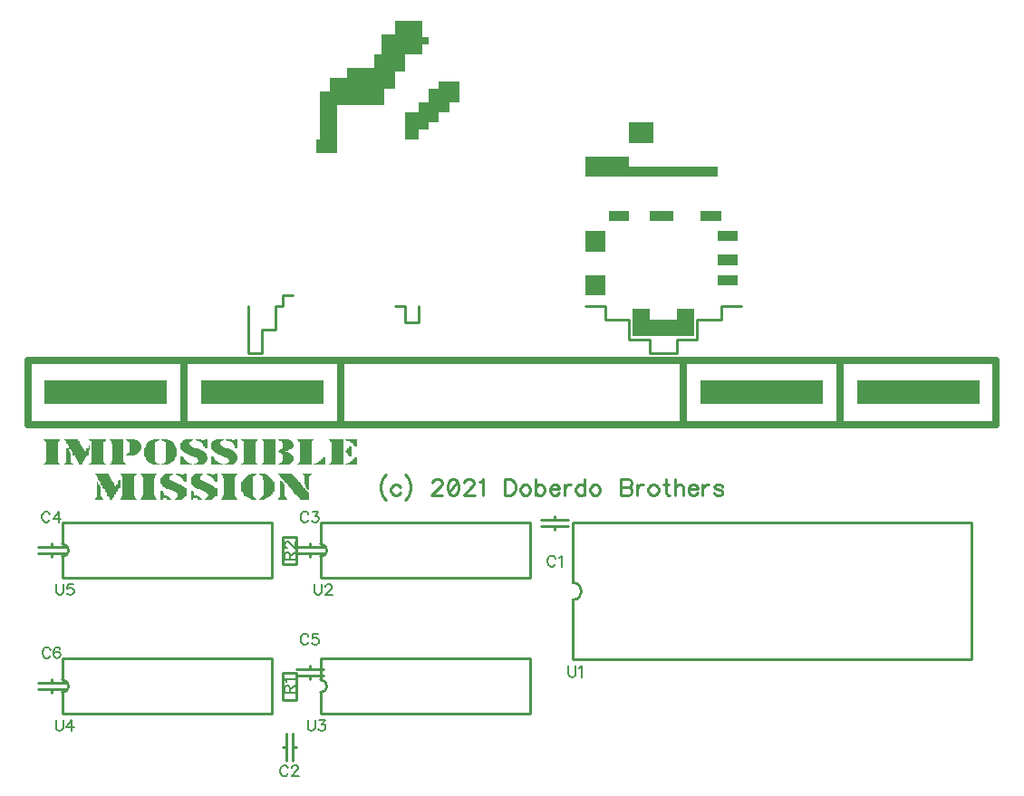
<source format=gbr>
G04 DipTrace 2.4.0.2*
%INTopSilk.gbr*%
%MOIN*%
%ADD10C,0.0098*%
%ADD12C,0.003*%
%ADD15C,0.025*%
%ADD18C,0.01*%
%ADD37C,0.0062*%
%ADD38C,0.0093*%
%FSLAX44Y44*%
G04*
G70*
G90*
G75*
G01*
%LNTopSilk*%
%LPD*%
X25404Y20763D2*
D10*
X26404D1*
X25904Y20761D2*
Y20637D1*
X25404Y21011D2*
X26404D1*
X25904Y21137D2*
Y21013D1*
X16278Y12137D2*
Y13137D1*
X16280Y12637D2*
X16404D1*
X16029Y12137D2*
Y13137D1*
X15903Y12637D2*
X16028D1*
X17404Y20011D2*
X16404D1*
X16904Y20013D2*
Y20137D1*
X17404Y19763D2*
X16404D1*
X16904Y19637D2*
Y19761D1*
X7904Y20011D2*
X6904D1*
X7404Y20013D2*
Y20137D1*
X7904Y19763D2*
X6904D1*
X7404Y19637D2*
Y19761D1*
X17404Y15511D2*
X16404D1*
X16904Y15513D2*
Y15637D1*
X17404Y15263D2*
X16404D1*
X16904Y15137D2*
Y15261D1*
X7904Y15011D2*
X6904D1*
X7404Y15013D2*
Y15137D1*
X7904Y14763D2*
X6904D1*
X7404Y14637D2*
Y14761D1*
X16404Y15388D2*
X15903D1*
X16404Y14386D2*
Y15388D1*
Y14386D2*
X15903D1*
Y15388D1*
Y19386D2*
X16404D1*
X15903Y20388D2*
Y19386D1*
Y20388D2*
X16404D1*
Y19386D1*
X26581Y20899D2*
X41226D1*
Y15860D2*
Y20899D1*
X26581Y15860D2*
X41226D1*
X26581D2*
Y18064D1*
Y20899D2*
Y18694D1*
Y18064D2*
G03X26581Y18694I0J315D01*
G01*
X17295Y20911D2*
X25012D1*
Y18863D2*
Y20911D1*
X17295Y18863D2*
X25012D1*
X17295D2*
Y19651D1*
Y20911D2*
Y20123D1*
Y19651D2*
G03X17295Y20123I0J236D01*
G01*
Y15911D2*
X25012D1*
Y13863D2*
Y15911D1*
X17295Y13863D2*
X25012D1*
X17295D2*
Y14651D1*
Y15911D2*
Y15123D1*
Y14651D2*
G03X17295Y15123I0J236D01*
G01*
X7795Y15911D2*
X15512D1*
Y13863D2*
Y15911D1*
X7795Y13863D2*
X15512D1*
X7795D2*
Y14651D1*
Y15911D2*
Y15123D1*
Y14651D2*
G03X7795Y15123I0J236D01*
G01*
Y20911D2*
X15512D1*
Y18863D2*
Y20911D1*
X7795Y18863D2*
X15512D1*
X7795D2*
Y19651D1*
Y20911D2*
Y20123D1*
Y19651D2*
G03X7795Y20123I0J236D01*
G01*
G36*
X17154Y35012D2*
X17279D1*
Y36762D1*
X17654D1*
Y37262D1*
X18279D1*
Y37637D1*
X19279D1*
Y38137D1*
X19529D1*
Y38887D1*
X20029D1*
Y39387D1*
X21029D1*
Y38762D1*
X21279D1*
Y38512D1*
X21029D1*
Y38137D1*
X20404D1*
Y37512D1*
X20029D1*
Y36887D1*
X19654D1*
Y36262D1*
X17904D1*
Y34512D1*
X17154D1*
D1*
Y35012D1*
G37*
G36*
X20404Y36012D2*
Y35012D1*
X20904D1*
Y35387D1*
X21279D1*
Y35637D1*
X21654D1*
Y36012D1*
X22029D1*
Y36387D1*
X22404D1*
Y37137D1*
X21654D1*
Y36887D1*
X21279D1*
Y36387D1*
X20904D1*
Y36012D1*
D1*
X20404D1*
G37*
X14654Y28887D2*
D18*
Y27137D1*
X15154D1*
Y28012D1*
X15654D1*
Y28887D1*
X15904D1*
Y29262D1*
X16279D1*
X18029Y26887D2*
D15*
X30654D1*
Y24512D1*
X18029D1*
Y26887D1*
X36404D2*
X42154D1*
Y24512D1*
X36404D1*
Y26887D1*
G36*
X37029Y26137D2*
X41529D1*
Y25262D1*
X37029D1*
Y26137D1*
G37*
X12279Y26887D2*
D15*
X18029D1*
Y24512D1*
X12279D1*
Y26887D1*
G36*
X28654Y35637D2*
X29529D1*
Y34887D1*
X28654D1*
Y35637D1*
G37*
G36*
X27029Y34387D2*
X28654D1*
Y34012D1*
X31904D1*
Y33637D1*
X27029D1*
D1*
Y34387D1*
G37*
G36*
X27904Y32387D2*
X28654D1*
Y32012D1*
X27904D1*
Y32387D1*
G37*
G36*
X29404D2*
X30279D1*
Y32012D1*
X29404D1*
Y32387D1*
G37*
G36*
X31279D2*
X32029D1*
Y32012D1*
X31279D1*
Y32387D1*
G37*
X27029Y28887D2*
D18*
X27779D1*
Y28387D1*
X28654D1*
Y27637D1*
X29404D1*
Y27137D1*
X30404D1*
Y27637D1*
X31154D1*
Y28387D1*
X32029D1*
Y28887D1*
X32779D1*
G36*
X28779Y28762D2*
Y27762D1*
X31029D1*
Y28762D1*
X30404D1*
Y28387D1*
X29404D1*
Y28762D1*
D1*
X28779D1*
G37*
G36*
X27029Y31637D2*
X27779D1*
Y30887D1*
X27029D1*
Y31637D1*
G37*
G36*
Y30012D2*
X27779D1*
Y29262D1*
X27029D1*
Y30012D1*
G37*
G36*
X31904Y31637D2*
X32654D1*
Y31262D1*
X31904D1*
Y31637D1*
G37*
G36*
Y30762D2*
X32654D1*
Y30387D1*
X31904D1*
Y30762D1*
G37*
G36*
Y30012D2*
X32654D1*
Y29637D1*
X31904D1*
Y30012D1*
G37*
X20029Y28887D2*
D18*
X20404D1*
Y28262D1*
X20904D1*
Y28887D1*
X6529Y26887D2*
D15*
X12279D1*
Y24512D1*
X6529D1*
Y26887D1*
G36*
X7154Y26137D2*
X11654D1*
Y25262D1*
X7154D1*
Y26137D1*
G37*
X30654Y26887D2*
D15*
X36404D1*
Y24512D1*
X30654D1*
Y26887D1*
G36*
X31279Y26137D2*
X35779D1*
Y25262D1*
X31279D1*
Y26137D1*
G37*
G36*
X12904D2*
X17404D1*
Y25262D1*
X12904D1*
Y26137D1*
G37*
X7113Y23987D2*
D12*
X7681D1*
X7861D2*
X8340D1*
X8789D2*
X9387D1*
X9537D2*
X10015D1*
X10135D2*
X10434D1*
X11182D2*
X11332D1*
X11451D2*
X11601D1*
X12349D2*
X12588D1*
X12708D2*
X12858D1*
X13037D2*
X13097D1*
X13456D2*
X13695D1*
X13815D2*
X13995D1*
X14144D2*
X14204D1*
X14384D2*
X14952D1*
X15132D2*
X15610D1*
X15730D2*
X16089D1*
X16448D2*
X17017D1*
X17615D2*
X18094D1*
X18213D2*
X18602D1*
X7145Y23957D2*
X7668D1*
X7893D2*
X8340D1*
X8821D2*
X9359D1*
X9569D2*
X10015D1*
X10163D2*
X10487D1*
X11121D2*
X11290D1*
X11493D2*
X11659D1*
X12289D2*
X12547D1*
X12766D2*
X13097D1*
X13414D2*
X13649D1*
X13886D2*
X14204D1*
X14416D2*
X14938D1*
X15164D2*
X15610D1*
X15782D2*
X16137D1*
X16462D2*
X16984D1*
X17629D2*
X18094D1*
X18271D2*
X18602D1*
X7170Y23928D2*
X7658D1*
X7918D2*
X8340D1*
X8845D2*
X9341D1*
X9593D2*
X10015D1*
X10181D2*
X10535D1*
X11059D2*
X11262D1*
X11521D2*
X11717D1*
X12241D2*
X12519D1*
X12822D2*
X13097D1*
X13387D2*
X13616D1*
X13948D2*
X14204D1*
X14440D2*
X14929D1*
X15188D2*
X15610D1*
X15826D2*
X16178D1*
X16471D2*
X16960D1*
X17638D2*
X18094D1*
X18328D2*
X18602D1*
X7186Y23898D2*
X7592D1*
X7934D2*
X8400D1*
X8862D2*
X9267D1*
X9610D2*
X10015D1*
X10255D2*
X10578D1*
X11001D2*
X11182D1*
X11601D2*
X11775D1*
X12221D2*
X12439D1*
X12877D2*
X13097D1*
X13306D2*
X13592D1*
X14004D2*
X14204D1*
X14457D2*
X14862D1*
X15205D2*
X15610D1*
X15862D2*
X16213D1*
X16538D2*
X16943D1*
X17705D2*
X18094D1*
X18382D2*
X18602D1*
X7195Y23868D2*
X7592D1*
X7944D2*
X8410D1*
X8871D2*
X9267D1*
X9619D2*
X10015D1*
X10265D2*
X10611D1*
X10952D2*
X11182D1*
X11601D2*
X11826D1*
X12208D2*
X12439D1*
X12921D2*
X13097D1*
X13296D2*
X13584D1*
X14049D2*
X14204D1*
X14466D2*
X14862D1*
X15214D2*
X15610D1*
X15890D2*
X16244D1*
X16538D2*
X16934D1*
X17705D2*
X18094D1*
X18429D2*
X18602D1*
X7200Y23838D2*
X7592D1*
X8011D2*
X8419D1*
X8875D2*
X9267D1*
X9623D2*
X10015D1*
X10274D2*
X10633D1*
X10912D2*
X11182D1*
X11601D2*
X11869D1*
X12140D2*
X12441D1*
X12955D2*
X13097D1*
X13287D2*
X13580D1*
X14082D2*
X14204D1*
X14470D2*
X14862D1*
X15218D2*
X15610D1*
X15900D2*
X16256D1*
X16538D2*
X16930D1*
X17705D2*
X18094D1*
X18465D2*
X18602D1*
X7202Y23808D2*
X7592D1*
X8015D2*
X8424D1*
X8877D2*
X9267D1*
X9625D2*
X10015D1*
X10279D2*
X10649D1*
X10892D2*
X11182D1*
X11601D2*
X11889D1*
X12140D2*
X12446D1*
X12966D2*
X13097D1*
X13282D2*
X13581D1*
X14104D2*
X14204D1*
X14472D2*
X14862D1*
X15220D2*
X15610D1*
X15905D2*
X16263D1*
X16538D2*
X16928D1*
X17705D2*
X18094D1*
X18495D2*
X18602D1*
X7202Y23778D2*
X7592D1*
X8023D2*
X8427D1*
X8878D2*
X9267D1*
X9626D2*
X10015D1*
X10282D2*
X10661D1*
X10877D2*
X11182D1*
X11601D2*
X11906D1*
X12140D2*
X12468D1*
X12973D2*
X13097D1*
X13279D2*
X13598D1*
X14120D2*
X14204D1*
X14473D2*
X14862D1*
X15221D2*
X15610D1*
X15908D2*
X16266D1*
X16538D2*
X16927D1*
X17705D2*
X18094D1*
X18521D2*
X18602D1*
X7203Y23748D2*
X7592D1*
X8030D2*
X8489D1*
X8759D2*
D3*
X8878D2*
X9267D1*
X9626D2*
X10015D1*
X10284D2*
X10668D1*
X10866D2*
X11182D1*
X11601D2*
X11917D1*
X12140D2*
X12494D1*
X13037D2*
X13097D1*
X13277D2*
X13624D1*
X14132D2*
X14204D1*
X14473D2*
X14862D1*
X15221D2*
X15610D1*
X15909D2*
X16265D1*
X16538D2*
X16927D1*
X17705D2*
X18094D1*
X18542D2*
X18602D1*
X7203Y23718D2*
X7592D1*
X8036D2*
X8494D1*
X8759D2*
D3*
X8878D2*
X9267D1*
X9626D2*
X10015D1*
X10284D2*
X10671D1*
X10859D2*
X11182D1*
X11601D2*
X11924D1*
X12140D2*
X12530D1*
X13037D2*
X13097D1*
X13277D2*
X13662D1*
X14139D2*
X14204D1*
X14473D2*
X14862D1*
X15221D2*
X15610D1*
X15908D2*
X16261D1*
X16538D2*
X16927D1*
X17705D2*
X18094D1*
X18333D2*
X18423D1*
X7203Y23688D2*
X7592D1*
X8039D2*
X8504D1*
X8759D2*
D3*
X8878D2*
X9267D1*
X9626D2*
X10015D1*
X10284D2*
X10671D1*
X10855D2*
X11182D1*
X11601D2*
X11928D1*
X12142D2*
X12584D1*
X13037D2*
X13097D1*
X13278D2*
X13718D1*
X14144D2*
X14204D1*
X14473D2*
X14862D1*
X15221D2*
X15610D1*
X15905D2*
X16237D1*
X16538D2*
X16927D1*
X17705D2*
X18094D1*
X18326D2*
X18423D1*
X7203Y23658D2*
X7592D1*
X7951D2*
X7981D1*
X8100D2*
X8519D1*
X8699D2*
X8759D1*
X8878D2*
X9267D1*
X9626D2*
X10015D1*
X10284D2*
X10668D1*
X10793D2*
X11182D1*
X11601D2*
X11990D1*
X12147D2*
X12660D1*
X13282D2*
X13796D1*
X14473D2*
X14862D1*
X15221D2*
X15610D1*
X15888D2*
X16201D1*
X16538D2*
X16927D1*
X17705D2*
X18094D1*
X18314D2*
X18423D1*
X7203Y23628D2*
X7592D1*
X7951D2*
X7991D1*
X8111D2*
X8539D1*
X8688D2*
X8758D1*
X8878D2*
X9267D1*
X9626D2*
X10015D1*
X10283D2*
X10661D1*
X10793D2*
X11182D1*
X11601D2*
X11990D1*
X12165D2*
X12741D1*
X13291D2*
X13878D1*
X14473D2*
X14862D1*
X15221D2*
X15610D1*
X15862D2*
X16156D1*
X16538D2*
X16927D1*
X17705D2*
X18094D1*
X18288D2*
X18423D1*
X7203Y23598D2*
X7592D1*
X7951D2*
X8002D1*
X8122D2*
X8559D1*
X8677D2*
X8757D1*
X8878D2*
X9267D1*
X9626D2*
X10015D1*
X10280D2*
X10651D1*
X10793D2*
X11182D1*
X11601D2*
X11990D1*
X12187D2*
X12814D1*
X13308D2*
X13949D1*
X14473D2*
X14862D1*
X15221D2*
X15610D1*
X15827D2*
X16099D1*
X16538D2*
X16927D1*
X17705D2*
X18094D1*
X18262D2*
X18423D1*
X7203Y23569D2*
X7592D1*
X7951D2*
X8015D1*
X8135D2*
X8580D1*
X8662D2*
X8754D1*
X8878D2*
X9267D1*
X9626D2*
X10015D1*
X10272D2*
X10636D1*
X10793D2*
X11182D1*
X11601D2*
X11990D1*
X12215D2*
X12878D1*
X13335D2*
X14010D1*
X14473D2*
X14862D1*
X15221D2*
X15610D1*
X15782D2*
X16025D1*
X16538D2*
X16927D1*
X17705D2*
X18094D1*
X18238D2*
X18423D1*
X7203Y23539D2*
X7592D1*
X7951D2*
X8033D1*
X8152D2*
X8607D1*
X8639D2*
X8746D1*
X8878D2*
X9267D1*
X9626D2*
X10015D1*
X10265D2*
X10611D1*
X10793D2*
X11182D1*
X11601D2*
X11990D1*
X12255D2*
X12940D1*
X13376D2*
X14065D1*
X14473D2*
X14862D1*
X15221D2*
X15610D1*
X15730D2*
X15939D1*
X16538D2*
X16927D1*
X17705D2*
X18094D1*
X18213D2*
X18423D1*
X7203Y23509D2*
X7592D1*
X7951D2*
X8049D1*
X8169D2*
X8739D1*
X8878D2*
X9267D1*
X9626D2*
X10015D1*
X10259D2*
X10577D1*
X10793D2*
X11182D1*
X11601D2*
X11990D1*
X12303D2*
X12993D1*
X13428D2*
X14111D1*
X14473D2*
X14862D1*
X15221D2*
X15610D1*
X15793D2*
X16041D1*
X16538D2*
X16927D1*
X17705D2*
X18094D1*
X18249D2*
X18423D1*
X7203Y23479D2*
X7592D1*
X7951D2*
X8060D1*
X8180D2*
X8734D1*
X8878D2*
X9267D1*
X9626D2*
X10015D1*
X10195D2*
X10536D1*
X10793D2*
X11182D1*
X11601D2*
X11990D1*
X12357D2*
X13034D1*
X13486D2*
X14146D1*
X14473D2*
X14862D1*
X15221D2*
X15610D1*
X15840D2*
X16116D1*
X16538D2*
X16927D1*
X17705D2*
X18094D1*
X18279D2*
X18423D1*
X7203Y23449D2*
X7592D1*
X7951D2*
X8066D1*
X8186D2*
X8731D1*
X8878D2*
X9267D1*
X9626D2*
X10015D1*
X10167D2*
X10488D1*
X10795D2*
X11182D1*
X11601D2*
X11988D1*
X12424D2*
X13062D1*
X13552D2*
X14171D1*
X14473D2*
X14862D1*
X15221D2*
X15610D1*
X15876D2*
X16170D1*
X16538D2*
X16927D1*
X17705D2*
X18094D1*
X18302D2*
X18423D1*
X7203Y23419D2*
X7592D1*
X7951D2*
X8069D1*
X8250D2*
X8669D1*
X8878D2*
X9267D1*
X9626D2*
X10015D1*
X10135D2*
X10434D1*
X10800D2*
X11182D1*
X11601D2*
X11983D1*
X12506D2*
X13083D1*
X13629D2*
X14188D1*
X14473D2*
X14862D1*
X15221D2*
X15610D1*
X15892D2*
X16210D1*
X16538D2*
X16927D1*
X17705D2*
X18094D1*
X18319D2*
X18423D1*
X7203Y23389D2*
X7592D1*
X7951D2*
X8070D1*
X8260D2*
X8658D1*
X8878D2*
X9267D1*
X9626D2*
X10015D1*
X10817D2*
X11182D1*
X11601D2*
X11966D1*
X12589D2*
X13090D1*
X13705D2*
X14197D1*
X14473D2*
X14862D1*
X15221D2*
X15610D1*
X15902D2*
X16243D1*
X16538D2*
X16927D1*
X17705D2*
X18094D1*
X18333D2*
X18423D1*
X7203Y23359D2*
X7592D1*
X7951D2*
X8070D1*
X8271D2*
X8647D1*
X8878D2*
X9267D1*
X9626D2*
X10015D1*
X10834D2*
X11182D1*
X11601D2*
X11949D1*
X12140D2*
X12199D1*
X12657D2*
X13094D1*
X13277D2*
X13336D1*
X13770D2*
X14201D1*
X14473D2*
X14862D1*
X15221D2*
X15610D1*
X15906D2*
X16256D1*
X16538D2*
X16927D1*
X17705D2*
X18094D1*
X7203Y23329D2*
X7592D1*
X7951D2*
X8070D1*
X8285D2*
X8634D1*
X8878D2*
X9267D1*
X9626D2*
X10015D1*
X10848D2*
X11182D1*
X11601D2*
X11935D1*
X12140D2*
X12209D1*
X12709D2*
X13096D1*
X13277D2*
X13341D1*
X13823D2*
X14203D1*
X14473D2*
X14862D1*
X15221D2*
X15610D1*
X15908D2*
X16263D1*
X16538D2*
X16927D1*
X17705D2*
X18094D1*
X7203Y23299D2*
X7592D1*
X7951D2*
X8070D1*
X8302D2*
X8617D1*
X8878D2*
X9267D1*
X9626D2*
X10015D1*
X10861D2*
X11182D1*
X11601D2*
X11922D1*
X12140D2*
X12224D1*
X12748D2*
X13096D1*
X13277D2*
X13349D1*
X13868D2*
X14203D1*
X14473D2*
X14862D1*
X15221D2*
X15610D1*
X15909D2*
X16266D1*
X16538D2*
X16927D1*
X17376D2*
X17435D1*
X17705D2*
X18094D1*
X18542D2*
X18602D1*
X7203Y23269D2*
X7592D1*
X7951D2*
X8070D1*
X8320D2*
X8598D1*
X8878D2*
X9267D1*
X9626D2*
X10015D1*
X10874D2*
X11182D1*
X11601D2*
X11909D1*
X12140D2*
X12241D1*
X12778D2*
X13096D1*
X13277D2*
X13359D1*
X13906D2*
X14203D1*
X14473D2*
X14862D1*
X15221D2*
X15610D1*
X15909D2*
X16267D1*
X16538D2*
X16927D1*
X17376D2*
X17435D1*
X17705D2*
X18094D1*
X18542D2*
X18602D1*
X7203Y23239D2*
X7592D1*
X7951D2*
X8071D1*
X8335D2*
X8579D1*
X8878D2*
X9267D1*
X9626D2*
X10015D1*
X10889D2*
X11182D1*
X11601D2*
X11893D1*
X12140D2*
X12261D1*
X12788D2*
X13092D1*
X13277D2*
X13370D1*
X13920D2*
X14199D1*
X14473D2*
X14862D1*
X15221D2*
X15610D1*
X15908D2*
X16266D1*
X16538D2*
X16927D1*
X17316D2*
X17435D1*
X17704D2*
X18094D1*
X18483D2*
X18602D1*
X7202Y23209D2*
X7594D1*
X7950D2*
X8072D1*
X8350D2*
X8558D1*
X8877D2*
X9270D1*
X9625D2*
X10018D1*
X10915D2*
X11184D1*
X11599D2*
X11870D1*
X12140D2*
X12288D1*
X12793D2*
X13082D1*
X13277D2*
X13401D1*
X13929D2*
X14190D1*
X14472D2*
X14865D1*
X15220D2*
X15610D1*
X15905D2*
X16261D1*
X16535D2*
X16927D1*
X17293D2*
X17435D1*
X17702D2*
X18094D1*
X18460D2*
X18602D1*
X7198Y23180D2*
X7599D1*
X7946D2*
X8076D1*
X8368D2*
X8536D1*
X8873D2*
X9274D1*
X9621D2*
X10022D1*
X10954D2*
X11189D1*
X11594D2*
X11823D1*
X12140D2*
X12325D1*
X12791D2*
X13067D1*
X13277D2*
X13444D1*
X13926D2*
X14174D1*
X14468D2*
X14870D1*
X15216D2*
X15610D1*
X15888D2*
X16240D1*
X16531D2*
X16927D1*
X17257D2*
X17435D1*
X17697D2*
X18094D1*
X18424D2*
X18602D1*
X7188Y23150D2*
X7617D1*
X7936D2*
X8085D1*
X8388D2*
X8517D1*
X8864D2*
X9293D1*
X9612D2*
X10040D1*
X11005D2*
X11209D1*
X11574D2*
X11771D1*
X12140D2*
X12369D1*
X12784D2*
X13044D1*
X13277D2*
X13496D1*
X13907D2*
X14151D1*
X14459D2*
X14887D1*
X15207D2*
X15610D1*
X15862D2*
X16213D1*
X16513D2*
X16927D1*
X17211D2*
X17435D1*
X17680D2*
X18094D1*
X18378D2*
X18602D1*
X7171Y23120D2*
X7637D1*
X7919D2*
X8102D1*
X8407D2*
X8504D1*
X8847D2*
X9319D1*
X9595D2*
X10061D1*
X11061D2*
X11239D1*
X11544D2*
X11717D1*
X12140D2*
X12417D1*
X12761D2*
X13012D1*
X13277D2*
X13549D1*
X13877D2*
X14119D1*
X14442D2*
X14908D1*
X15190D2*
X15610D1*
X15827D2*
X16181D1*
X16492D2*
X16927D1*
X17161D2*
X17435D1*
X17659D2*
X18094D1*
X18327D2*
X18602D1*
X7145Y23090D2*
X7659D1*
X7893D2*
X8128D1*
X8420D2*
X8495D1*
X8820D2*
X9351D1*
X9568D2*
X10082D1*
X11120D2*
X11282D1*
X11502D2*
X11661D1*
X12140D2*
X12470D1*
X12709D2*
X12968D1*
X13277D2*
X13606D1*
X13835D2*
X14075D1*
X14416D2*
X14929D1*
X15164D2*
X15610D1*
X15782D2*
X16139D1*
X16471D2*
X16927D1*
X17106D2*
X17435D1*
X17637D2*
X18094D1*
X18272D2*
X18602D1*
X7113Y23060D2*
X7681D1*
X7861D2*
X8160D1*
X8429D2*
X8489D1*
X8789D2*
X9387D1*
X9537D2*
X10105D1*
X11182D2*
X11332D1*
X11451D2*
X11601D1*
X12140D2*
X12199D1*
X12379D2*
X12529D1*
X12648D2*
X12917D1*
X13277D2*
X13336D1*
X13516D2*
X13665D1*
X13785D2*
X14025D1*
X14384D2*
X14952D1*
X15132D2*
X15610D1*
X15730D2*
X16089D1*
X16448D2*
X16927D1*
X17046D2*
X17435D1*
X17615D2*
X18094D1*
X18213D2*
X18602D1*
X8998Y22701D2*
X9477D1*
X9925D2*
X10494D1*
X10673D2*
X11242D1*
X11601D2*
X11840D1*
X11960D2*
X12110D1*
X12289D2*
X12349D1*
X12708D2*
X12947D1*
X13097D2*
X13247D1*
X13396D2*
X13486D1*
X13636D2*
X14204D1*
X14773D2*
X14922D1*
X15042D2*
X15191D1*
X15730D2*
X16209D1*
X16628D2*
X16927D1*
X9032Y22671D2*
X9487D1*
X9960D2*
X10456D1*
X10708D2*
X11204D1*
X11539D2*
X11778D1*
X12035D2*
X12349D1*
X12646D2*
X12896D1*
X13170D2*
X13486D1*
X13673D2*
X14170D1*
X14685D2*
X14860D1*
X15104D2*
X15266D1*
X15768D2*
X16247D1*
X16662D2*
X16889D1*
X9060Y22641D2*
X9498D1*
X9990D2*
X10426D1*
X10738D2*
X11174D1*
X11493D2*
X11728D1*
X12096D2*
X12349D1*
X12595D2*
X12855D1*
X13229D2*
X13486D1*
X13704D2*
X14140D1*
X14618D2*
X14810D1*
X15154D2*
X15327D1*
X15796D2*
X16275D1*
X16692D2*
X16858D1*
X9079Y22611D2*
X9511D1*
X10003D2*
X10415D1*
X10751D2*
X11163D1*
X11461D2*
X11705D1*
X12144D2*
X12349D1*
X12572D2*
X12841D1*
X13274D2*
X13486D1*
X13715D2*
X14127D1*
X14569D2*
X14787D1*
X15177D2*
X15375D1*
X15819D2*
X16299D1*
X16705D2*
X16847D1*
X9094Y22581D2*
X9529D1*
X10010D2*
X10409D1*
X10758D2*
X11157D1*
X11435D2*
X11698D1*
X12181D2*
X12349D1*
X12554D2*
X12833D1*
X13310D2*
X13486D1*
X13721D2*
X14120D1*
X14530D2*
X14779D1*
X15185D2*
X15413D1*
X15845D2*
X16328D1*
X16712D2*
X16841D1*
X9108Y22551D2*
X9547D1*
X10013D2*
X10406D1*
X10761D2*
X11154D1*
X11415D2*
X11694D1*
X12208D2*
X12349D1*
X12542D2*
X12831D1*
X13338D2*
X13486D1*
X13724D2*
X14116D1*
X14502D2*
X14775D1*
X15189D2*
X15439D1*
X15872D2*
X16362D1*
X16715D2*
X16839D1*
X9122Y22521D2*
X9561D1*
X10014D2*
X10405D1*
X10762D2*
X11153D1*
X11402D2*
X11699D1*
X12229D2*
X12349D1*
X12534D2*
X12833D1*
X13358D2*
X13486D1*
X13725D2*
X14115D1*
X14482D2*
X14774D1*
X15190D2*
X15460D1*
X15899D2*
X16392D1*
X16717D2*
X16838D1*
X9141Y22491D2*
X9574D1*
X10015D2*
X10404D1*
X10763D2*
X11152D1*
X11396D2*
X11724D1*
X12250D2*
X12349D1*
X12531D2*
X12848D1*
X13373D2*
X13486D1*
X13725D2*
X14115D1*
X14467D2*
X14773D1*
X15191D2*
X15481D1*
X15924D2*
X16416D1*
X16717D2*
X16837D1*
X9161Y22461D2*
X9585D1*
X9866D2*
X9896D1*
X10015D2*
X10404D1*
X10763D2*
X11152D1*
X11393D2*
X11763D1*
X12270D2*
X12349D1*
X12529D2*
X12886D1*
X13386D2*
X13486D1*
X13725D2*
X14114D1*
X14456D2*
X14773D1*
X15191D2*
X15499D1*
X15945D2*
X16432D1*
X16717D2*
X16837D1*
X9180Y22432D2*
X9591D1*
X9855D2*
X9896D1*
X10015D2*
X10404D1*
X10763D2*
X11152D1*
X11392D2*
X11814D1*
X12289D2*
X12349D1*
X12529D2*
X12935D1*
X13396D2*
X13486D1*
X13725D2*
X14114D1*
X14448D2*
X14773D1*
X15191D2*
X15511D1*
X15820D2*
X15850D1*
X15959D2*
X16441D1*
X16717D2*
X16837D1*
X9088Y22402D2*
D3*
X9193D2*
X9656D1*
X9846D2*
X9896D1*
X10015D2*
X10404D1*
X10763D2*
X11152D1*
X11394D2*
X11874D1*
X12530D2*
X12994D1*
X13725D2*
X14114D1*
X14384D2*
X14773D1*
X15191D2*
X15580D1*
X15820D2*
X15873D1*
X16029D2*
X16508D1*
X16717D2*
X16837D1*
X9088Y22372D2*
D3*
X9201D2*
X9661D1*
X9841D2*
X9896D1*
X10015D2*
X10404D1*
X10763D2*
X11152D1*
X11400D2*
X11944D1*
X12533D2*
X13067D1*
X13725D2*
X14114D1*
X14384D2*
X14773D1*
X15191D2*
X15580D1*
X15820D2*
X15896D1*
X16049D2*
X16527D1*
X16718D2*
X16837D1*
X9088Y22342D2*
D3*
X9205D2*
X9668D1*
X9838D2*
X9896D1*
X10015D2*
X10404D1*
X10763D2*
X11152D1*
X11425D2*
X12021D1*
X12550D2*
X13150D1*
X13725D2*
X14114D1*
X14384D2*
X14773D1*
X15191D2*
X15580D1*
X15820D2*
X15916D1*
X16072D2*
X16551D1*
X16722D2*
X16837D1*
X9088Y22312D2*
X9148D1*
X9267D2*
X9678D1*
X9776D2*
X9896D1*
X10015D2*
X10404D1*
X10763D2*
X11152D1*
X11457D2*
X12095D1*
X12574D2*
X13226D1*
X13725D2*
X14114D1*
X14384D2*
X14773D1*
X15191D2*
X15580D1*
X15820D2*
X15928D1*
X16095D2*
X16574D1*
X16730D2*
X16837D1*
X9088Y22282D2*
X9152D1*
X9272D2*
X9693D1*
X9768D2*
X9896D1*
X10015D2*
X10404D1*
X10763D2*
X11152D1*
X11490D2*
X12157D1*
X12603D2*
X13287D1*
X13725D2*
X14114D1*
X14384D2*
X14773D1*
X15191D2*
X15580D1*
X15820D2*
X15935D1*
X16114D2*
X16593D1*
X16739D2*
X16837D1*
X9088Y22252D2*
X9160D1*
X9279D2*
X9716D1*
X9745D2*
X9896D1*
X10015D2*
X10404D1*
X10763D2*
X11152D1*
X11528D2*
X12210D1*
X12642D2*
X13335D1*
X13725D2*
X14114D1*
X14384D2*
X14773D1*
X15191D2*
X15580D1*
X15820D2*
X15938D1*
X16137D2*
X16616D1*
X16752D2*
X16837D1*
X9088Y22222D2*
X9167D1*
X9287D2*
X9836D1*
X10015D2*
X10404D1*
X10763D2*
X11152D1*
X11577D2*
X12258D1*
X12697D2*
X13380D1*
X13725D2*
X14114D1*
X14384D2*
X14773D1*
X15191D2*
X15580D1*
X15820D2*
X15939D1*
X16166D2*
X16645D1*
X16769D2*
X16837D1*
X9088Y22192D2*
X9173D1*
X9293D2*
X9825D1*
X10015D2*
X10404D1*
X10763D2*
X11152D1*
X11636D2*
X12297D1*
X12762D2*
X13421D1*
X13725D2*
X14114D1*
X14384D2*
X14773D1*
X15191D2*
X15580D1*
X15820D2*
X15939D1*
X16195D2*
X16674D1*
X16786D2*
X16837D1*
X9088Y22162D2*
X9175D1*
X9357D2*
X9817D1*
X10015D2*
X10404D1*
X10763D2*
X11152D1*
X11701D2*
X12328D1*
X12830D2*
X13457D1*
X13725D2*
X14114D1*
X14384D2*
X14773D1*
X15191D2*
X15580D1*
X15820D2*
X15939D1*
X16219D2*
X16698D1*
X16798D2*
X16837D1*
X9088Y22132D2*
X9177D1*
X9357D2*
X9811D1*
X10015D2*
X10404D1*
X10763D2*
X11152D1*
X11777D2*
X12339D1*
X12903D2*
X13472D1*
X13725D2*
X14114D1*
X14384D2*
X14773D1*
X15191D2*
X15580D1*
X15820D2*
X15939D1*
X16240D2*
X16720D1*
X16807D2*
X16837D1*
X9088Y22102D2*
X9177D1*
X9357D2*
X9808D1*
X10015D2*
X10404D1*
X10763D2*
X11152D1*
X11857D2*
X12345D1*
X12980D2*
X13480D1*
X13725D2*
X14114D1*
X14384D2*
X14773D1*
X15191D2*
X15580D1*
X15820D2*
X15939D1*
X16264D2*
X16747D1*
X9088Y22073D2*
X9177D1*
X9417D2*
X9746D1*
X10015D2*
X10404D1*
X10763D2*
X11152D1*
X11392D2*
X11481D1*
X11927D2*
X12347D1*
X12529D2*
X12588D1*
X13045D2*
X13484D1*
X13725D2*
X14114D1*
X14443D2*
X14773D1*
X15191D2*
X15521D1*
X15820D2*
X15939D1*
X16289D2*
X16780D1*
X9088Y22043D2*
X9177D1*
X9421D2*
X9746D1*
X10015D2*
X10404D1*
X10763D2*
X11152D1*
X11392D2*
X11486D1*
X11978D2*
X12348D1*
X12529D2*
X12593D1*
X13095D2*
X13485D1*
X13725D2*
X14114D1*
X14448D2*
X14773D1*
X15191D2*
X15521D1*
X15820D2*
X15939D1*
X16308D2*
X16806D1*
X9088Y22013D2*
X9177D1*
X9429D2*
X9746D1*
X10015D2*
X10404D1*
X10763D2*
X11152D1*
X11392D2*
X11493D1*
X12016D2*
X12348D1*
X12529D2*
X12600D1*
X13113D2*
X13486D1*
X13725D2*
X14114D1*
X14455D2*
X14773D1*
X15191D2*
X15521D1*
X15820D2*
X15939D1*
X16320D2*
X16826D1*
X9088Y21983D2*
X9177D1*
X9437D2*
X9686D1*
X10015D2*
X10404D1*
X10763D2*
X11152D1*
X11392D2*
X11501D1*
X12032D2*
X12344D1*
X12529D2*
X12608D1*
X13187D2*
X13486D1*
X13725D2*
X14114D1*
X14463D2*
X14773D1*
X15191D2*
X15461D1*
X15820D2*
X15939D1*
X16388D2*
X16832D1*
X9087Y21953D2*
X9178D1*
X9442D2*
X9676D1*
X10015D2*
X10404D1*
X10763D2*
X11152D1*
X11392D2*
X11507D1*
X12042D2*
X12337D1*
X12529D2*
X12614D1*
X13187D2*
X13486D1*
X13725D2*
X14114D1*
X14469D2*
X14773D1*
X15191D2*
X15448D1*
X15820D2*
X15940D1*
X16410D2*
X16835D1*
X9085Y21923D2*
X9180D1*
X9507D2*
X9667D1*
X10013D2*
X10406D1*
X10761D2*
X11154D1*
X11392D2*
X11571D1*
X12045D2*
X12326D1*
X12529D2*
X12678D1*
X13184D2*
X13426D1*
X13724D2*
X14117D1*
X14533D2*
X14775D1*
X15189D2*
X15432D1*
X15818D2*
X15942D1*
X16434D2*
X16836D1*
X9080Y21893D2*
X9185D1*
X9511D2*
X9661D1*
X10008D2*
X10409D1*
X10756D2*
X11157D1*
X11392D2*
X11593D1*
X12044D2*
X12314D1*
X12529D2*
X12716D1*
X13178D2*
X13418D1*
X13721D2*
X14122D1*
X14556D2*
X14781D1*
X15183D2*
X15394D1*
X15815D2*
X15947D1*
X16460D2*
X16837D1*
X9059Y21863D2*
X9206D1*
X9519D2*
X9658D1*
X9987D2*
X10426D1*
X10735D2*
X11174D1*
X11392D2*
X11640D1*
X12027D2*
X12283D1*
X12529D2*
X12768D1*
X13149D2*
X13388D1*
X13704D2*
X14143D1*
X14607D2*
X14811D1*
X15153D2*
X15342D1*
X15798D2*
X15968D1*
X16488D2*
X16837D1*
X9036Y21833D2*
X9229D1*
X9526D2*
X9596D1*
X9963D2*
X10449D1*
X10711D2*
X11197D1*
X11392D2*
X11692D1*
X11994D2*
X12243D1*
X12529D2*
X12825D1*
X13110D2*
X13349D1*
X13681D2*
X14166D1*
X14667D2*
X14849D1*
X15115D2*
X15285D1*
X15775D2*
X15991D1*
X16511D2*
X16837D1*
X9015Y21803D2*
X9250D1*
X9532D2*
X9596D1*
X9943D2*
X10472D1*
X10691D2*
X11220D1*
X11392D2*
X11481D1*
X11631D2*
X11740D1*
X11960D2*
X12204D1*
X12529D2*
X12588D1*
X12768D2*
X12875D1*
X13072D2*
X13311D1*
X13657D2*
X14187D1*
X14723D2*
X14888D1*
X15076D2*
X15234D1*
X15752D2*
X16012D1*
X16527D2*
X16837D1*
X8998Y21773D2*
X9267D1*
X9537D2*
X9596D1*
X9925D2*
X10494D1*
X10673D2*
X11242D1*
X11392D2*
X11481D1*
X11631D2*
X11781D1*
X11930D2*
X12169D1*
X12529D2*
X12588D1*
X12768D2*
X12917D1*
X13037D2*
X13277D1*
X13636D2*
X14204D1*
X14773D2*
X14922D1*
X15042D2*
X15191D1*
X15730D2*
X16029D1*
X16538D2*
X16837D1*
X7113Y23987D2*
X7145Y23957D1*
X7170Y23928D1*
X7186Y23898D1*
X7195Y23868D1*
X7200Y23838D1*
X7202Y23808D1*
Y23778D1*
X7203Y23748D1*
Y23718D1*
Y23688D1*
Y23658D1*
Y23628D1*
Y23598D1*
Y23569D1*
Y23539D1*
Y23509D1*
Y23479D1*
Y23449D1*
Y23419D1*
Y23389D1*
Y23359D1*
Y23329D1*
Y23299D1*
Y23269D1*
Y23239D1*
X7202Y23209D1*
X7198Y23180D1*
X7188Y23150D1*
X7171Y23120D1*
X7145Y23090D1*
X7113Y23060D1*
X7681Y23987D2*
X7668Y23957D1*
X7658Y23928D1*
X7652Y23898D1*
X7592D1*
Y23868D1*
Y23838D1*
Y23808D1*
Y23778D1*
Y23748D1*
Y23718D1*
Y23688D1*
Y23658D1*
Y23628D1*
Y23598D1*
Y23569D1*
Y23539D1*
Y23509D1*
Y23479D1*
Y23449D1*
Y23419D1*
Y23389D1*
Y23359D1*
Y23329D1*
Y23299D1*
Y23269D1*
Y23239D1*
X7594Y23209D1*
X7599Y23180D1*
X7617Y23150D1*
X7637Y23120D1*
X7659Y23090D1*
X7681Y23060D1*
X7861Y23987D2*
X7893Y23957D1*
X7918Y23928D1*
X7934Y23898D1*
X7944Y23868D1*
X7951Y23838D1*
X8011D1*
X8015Y23808D1*
X8023Y23778D1*
X8030Y23748D1*
X8036Y23718D1*
X8039Y23688D1*
X8041Y23658D1*
X8100D1*
X8111Y23628D1*
X8122Y23598D1*
X8135Y23569D1*
X8152Y23539D1*
X8169Y23509D1*
X8180Y23479D1*
X8186Y23449D1*
X8190Y23419D1*
X8250D1*
X8260Y23389D1*
X8271Y23359D1*
X8285Y23329D1*
X8302Y23299D1*
X8320Y23269D1*
X8335Y23239D1*
X8350Y23209D1*
X8368Y23180D1*
X8388Y23150D1*
X8407Y23120D1*
X8420Y23090D1*
X8429Y23060D1*
X8340Y23987D2*
Y23957D1*
Y23928D1*
Y23898D1*
X8400D1*
X8410Y23868D1*
X8419Y23838D1*
X8424Y23808D1*
X8427Y23778D1*
X8429Y23748D1*
X8489D1*
X8494Y23718D1*
X8504Y23688D1*
X8519Y23658D1*
X8539Y23628D1*
X8559Y23598D1*
X8580Y23569D1*
X8607Y23539D1*
X8639Y23509D1*
X8789Y23987D2*
X8821Y23957D1*
X8845Y23928D1*
X8862Y23898D1*
X8871Y23868D1*
X8875Y23838D1*
X8877Y23808D1*
X8878Y23778D1*
Y23748D1*
Y23718D1*
Y23688D1*
Y23658D1*
Y23628D1*
Y23598D1*
Y23569D1*
Y23539D1*
Y23509D1*
Y23479D1*
Y23449D1*
Y23419D1*
Y23389D1*
Y23359D1*
Y23329D1*
Y23299D1*
Y23269D1*
Y23239D1*
X8877Y23209D1*
X8873Y23180D1*
X8864Y23150D1*
X8847Y23120D1*
X8820Y23090D1*
X8789Y23060D1*
X9387Y23987D2*
X9359Y23957D1*
X9341Y23928D1*
X9327Y23898D1*
X9267D1*
Y23868D1*
Y23838D1*
Y23808D1*
Y23778D1*
Y23748D1*
Y23718D1*
Y23688D1*
Y23658D1*
Y23628D1*
Y23598D1*
Y23569D1*
Y23539D1*
Y23509D1*
Y23479D1*
Y23449D1*
Y23419D1*
Y23389D1*
Y23359D1*
Y23329D1*
Y23299D1*
Y23269D1*
Y23239D1*
X9270Y23209D1*
X9274Y23180D1*
X9293Y23150D1*
X9319Y23120D1*
X9351Y23090D1*
X9387Y23060D1*
X9537Y23987D2*
X9569Y23957D1*
X9593Y23928D1*
X9610Y23898D1*
X9619Y23868D1*
X9623Y23838D1*
X9625Y23808D1*
X9626Y23778D1*
Y23748D1*
Y23718D1*
Y23688D1*
Y23658D1*
Y23628D1*
Y23598D1*
Y23569D1*
Y23539D1*
Y23509D1*
Y23479D1*
Y23449D1*
Y23419D1*
Y23389D1*
Y23359D1*
Y23329D1*
Y23299D1*
Y23269D1*
Y23239D1*
X9625Y23209D1*
X9621Y23180D1*
X9612Y23150D1*
X9595Y23120D1*
X9568Y23090D1*
X9537Y23060D1*
X10015Y23987D2*
Y23957D1*
Y23928D1*
Y23898D1*
Y23868D1*
Y23838D1*
Y23808D1*
Y23778D1*
Y23748D1*
Y23718D1*
Y23688D1*
Y23658D1*
Y23628D1*
Y23598D1*
Y23569D1*
Y23539D1*
Y23509D1*
Y23479D1*
Y23449D1*
Y23419D1*
Y23389D1*
Y23359D1*
Y23329D1*
Y23299D1*
Y23269D1*
Y23239D1*
X10018Y23209D1*
X10022Y23180D1*
X10040Y23150D1*
X10061Y23120D1*
X10082Y23090D1*
X10105Y23060D1*
X10135Y23987D2*
X10163Y23957D1*
X10181Y23928D1*
X10195Y23898D1*
X10255D1*
X10265Y23868D1*
X10274Y23838D1*
X10279Y23808D1*
X10282Y23778D1*
X10284Y23748D1*
Y23718D1*
Y23688D1*
Y23658D1*
X10283Y23628D1*
X10280Y23598D1*
X10272Y23569D1*
X10265Y23539D1*
X10259Y23509D1*
X10255Y23479D1*
X10195D1*
X10167Y23449D1*
X10135Y23419D1*
X10434Y23987D2*
X10487Y23957D1*
X10535Y23928D1*
X10578Y23898D1*
X10611Y23868D1*
X10633Y23838D1*
X10649Y23808D1*
X10661Y23778D1*
X10668Y23748D1*
X10671Y23718D1*
Y23688D1*
X10668Y23658D1*
X10661Y23628D1*
X10651Y23598D1*
X10636Y23569D1*
X10611Y23539D1*
X10577Y23509D1*
X10536Y23479D1*
X10488Y23449D1*
X10434Y23419D1*
X11182Y23987D2*
X11121Y23957D1*
X11059Y23928D1*
X11001Y23898D1*
X10952Y23868D1*
X10912Y23838D1*
X10892Y23808D1*
X10877Y23778D1*
X10866Y23748D1*
X10859Y23718D1*
X10855Y23688D1*
X10853Y23658D1*
X10793D1*
Y23628D1*
Y23598D1*
Y23569D1*
Y23539D1*
Y23509D1*
Y23479D1*
X10795Y23449D1*
X10800Y23419D1*
X10817Y23389D1*
X10834Y23359D1*
X10848Y23329D1*
X10861Y23299D1*
X10874Y23269D1*
X10889Y23239D1*
X10915Y23209D1*
X10954Y23180D1*
X11005Y23150D1*
X11061Y23120D1*
X11120Y23090D1*
X11182Y23060D1*
X11332Y23987D2*
X11290Y23957D1*
X11262Y23928D1*
X11242Y23898D1*
X11182D1*
Y23868D1*
Y23838D1*
Y23808D1*
Y23778D1*
Y23748D1*
Y23718D1*
Y23688D1*
Y23658D1*
Y23628D1*
Y23598D1*
Y23569D1*
Y23539D1*
Y23509D1*
Y23479D1*
Y23449D1*
Y23419D1*
Y23389D1*
Y23359D1*
Y23329D1*
Y23299D1*
Y23269D1*
Y23239D1*
X11184Y23209D1*
X11189Y23180D1*
X11209Y23150D1*
X11239Y23120D1*
X11282Y23090D1*
X11332Y23060D1*
X11451Y23987D2*
X11493Y23957D1*
X11521Y23928D1*
X11541Y23898D1*
X11601D1*
Y23868D1*
Y23838D1*
Y23808D1*
Y23778D1*
Y23748D1*
Y23718D1*
Y23688D1*
Y23658D1*
Y23628D1*
Y23598D1*
Y23569D1*
Y23539D1*
Y23509D1*
Y23479D1*
Y23449D1*
Y23419D1*
Y23389D1*
Y23359D1*
Y23329D1*
Y23299D1*
Y23269D1*
Y23239D1*
X11599Y23209D1*
X11594Y23180D1*
X11574Y23150D1*
X11544Y23120D1*
X11502Y23090D1*
X11451Y23060D1*
X11601Y23987D2*
X11659Y23957D1*
X11717Y23928D1*
X11775Y23898D1*
X11826Y23868D1*
X11869Y23838D1*
X11889Y23808D1*
X11906Y23778D1*
X11917Y23748D1*
X11924Y23718D1*
X11928Y23688D1*
X11930Y23658D1*
X11990D1*
Y23628D1*
Y23598D1*
Y23569D1*
Y23539D1*
Y23509D1*
Y23479D1*
X11988Y23449D1*
X11983Y23419D1*
X11966Y23389D1*
X11949Y23359D1*
X11935Y23329D1*
X11922Y23299D1*
X11909Y23269D1*
X11893Y23239D1*
X11870Y23209D1*
X11823Y23180D1*
X11771Y23150D1*
X11717Y23120D1*
X11661Y23090D1*
X11601Y23060D1*
X12349Y23987D2*
X12289Y23957D1*
X12241Y23928D1*
X12221Y23898D1*
X12208Y23868D1*
X12199Y23838D1*
X12140D1*
Y23808D1*
Y23778D1*
Y23748D1*
Y23718D1*
X12142Y23688D1*
X12147Y23658D1*
X12165Y23628D1*
X12187Y23598D1*
X12215Y23569D1*
X12255Y23539D1*
X12303Y23509D1*
X12357Y23479D1*
X12424Y23449D1*
X12506Y23419D1*
X12589Y23389D1*
X12657Y23359D1*
X12709Y23329D1*
X12748Y23299D1*
X12778Y23269D1*
X12788Y23239D1*
X12793Y23209D1*
X12791Y23180D1*
X12784Y23150D1*
X12761Y23120D1*
X12709Y23090D1*
X12648Y23060D1*
X12588Y23987D2*
X12547Y23957D1*
X12519Y23928D1*
X12499Y23898D1*
X12439D1*
Y23868D1*
X12441Y23838D1*
X12446Y23808D1*
X12468Y23778D1*
X12494Y23748D1*
X12530Y23718D1*
X12584Y23688D1*
X12660Y23658D1*
X12741Y23628D1*
X12814Y23598D1*
X12878Y23569D1*
X12940Y23539D1*
X12993Y23509D1*
X13034Y23479D1*
X13062Y23449D1*
X13083Y23419D1*
X13090Y23389D1*
X13094Y23359D1*
X13096Y23329D1*
Y23299D1*
Y23269D1*
X13092Y23239D1*
X13082Y23209D1*
X13067Y23180D1*
X13044Y23150D1*
X13012Y23120D1*
X12968Y23090D1*
X12917Y23060D1*
X12708Y23987D2*
X12766Y23957D1*
X12822Y23928D1*
X12877Y23898D1*
X12921Y23868D1*
X12955Y23838D1*
X12966Y23808D1*
X12973Y23778D1*
X12977Y23748D1*
X13037D1*
Y23718D1*
Y23688D1*
X12858Y23987D2*
X12888Y23957D1*
X13037Y23987D2*
X13007Y23957D1*
X13097Y23987D2*
Y23957D1*
Y23928D1*
Y23898D1*
Y23868D1*
Y23838D1*
Y23808D1*
Y23778D1*
Y23748D1*
Y23718D1*
Y23688D1*
X13456Y23987D2*
X13414Y23957D1*
X13387Y23928D1*
X13366Y23898D1*
X13306D1*
X13296Y23868D1*
X13287Y23838D1*
X13282Y23808D1*
X13279Y23778D1*
X13277Y23748D1*
Y23718D1*
X13278Y23688D1*
X13282Y23658D1*
X13291Y23628D1*
X13308Y23598D1*
X13335Y23569D1*
X13376Y23539D1*
X13428Y23509D1*
X13486Y23479D1*
X13552Y23449D1*
X13629Y23419D1*
X13705Y23389D1*
X13770Y23359D1*
X13823Y23329D1*
X13868Y23299D1*
X13906Y23269D1*
X13920Y23239D1*
X13929Y23209D1*
X13926Y23180D1*
X13907Y23150D1*
X13877Y23120D1*
X13835Y23090D1*
X13785Y23060D1*
X13695Y23987D2*
X13649Y23957D1*
X13616Y23928D1*
X13592Y23898D1*
X13584Y23868D1*
X13580Y23838D1*
X13581Y23808D1*
X13598Y23778D1*
X13624Y23748D1*
X13662Y23718D1*
X13718Y23688D1*
X13796Y23658D1*
X13878Y23628D1*
X13949Y23598D1*
X14010Y23569D1*
X14065Y23539D1*
X14111Y23509D1*
X14146Y23479D1*
X14171Y23449D1*
X14188Y23419D1*
X14197Y23389D1*
X14201Y23359D1*
X14203Y23329D1*
Y23299D1*
Y23269D1*
X14199Y23239D1*
X14190Y23209D1*
X14174Y23180D1*
X14151Y23150D1*
X14119Y23120D1*
X14075Y23090D1*
X14025Y23060D1*
X13815Y23987D2*
X13886Y23957D1*
X13948Y23928D1*
X14004Y23898D1*
X14049Y23868D1*
X14082Y23838D1*
X14104Y23808D1*
X14120Y23778D1*
X14132Y23748D1*
X14139Y23718D1*
X14144Y23688D1*
X13995Y23987D2*
X14025Y23957D1*
X14144Y23987D2*
X14114Y23957D1*
X14204Y23987D2*
Y23957D1*
Y23928D1*
Y23898D1*
Y23868D1*
Y23838D1*
Y23808D1*
Y23778D1*
Y23748D1*
Y23718D1*
Y23688D1*
X14384Y23987D2*
X14416Y23957D1*
X14440Y23928D1*
X14457Y23898D1*
X14466Y23868D1*
X14470Y23838D1*
X14472Y23808D1*
X14473Y23778D1*
Y23748D1*
Y23718D1*
Y23688D1*
Y23658D1*
Y23628D1*
Y23598D1*
Y23569D1*
Y23539D1*
Y23509D1*
Y23479D1*
Y23449D1*
Y23419D1*
Y23389D1*
Y23359D1*
Y23329D1*
Y23299D1*
Y23269D1*
Y23239D1*
X14472Y23209D1*
X14468Y23180D1*
X14459Y23150D1*
X14442Y23120D1*
X14416Y23090D1*
X14384Y23060D1*
X14952Y23987D2*
X14938Y23957D1*
X14929Y23928D1*
X14922Y23898D1*
X14862D1*
Y23868D1*
Y23838D1*
Y23808D1*
Y23778D1*
Y23748D1*
Y23718D1*
Y23688D1*
Y23658D1*
Y23628D1*
Y23598D1*
Y23569D1*
Y23539D1*
Y23509D1*
Y23479D1*
Y23449D1*
Y23419D1*
Y23389D1*
Y23359D1*
Y23329D1*
Y23299D1*
Y23269D1*
Y23239D1*
X14865Y23209D1*
X14870Y23180D1*
X14887Y23150D1*
X14908Y23120D1*
X14929Y23090D1*
X14952Y23060D1*
X15132Y23987D2*
X15164Y23957D1*
X15188Y23928D1*
X15205Y23898D1*
X15214Y23868D1*
X15218Y23838D1*
X15220Y23808D1*
X15221Y23778D1*
Y23748D1*
Y23718D1*
Y23688D1*
Y23658D1*
Y23628D1*
Y23598D1*
Y23569D1*
Y23539D1*
Y23509D1*
Y23479D1*
Y23449D1*
Y23419D1*
Y23389D1*
Y23359D1*
Y23329D1*
Y23299D1*
Y23269D1*
Y23239D1*
X15220Y23209D1*
X15216Y23180D1*
X15207Y23150D1*
X15190Y23120D1*
X15164Y23090D1*
X15132Y23060D1*
X15610Y23987D2*
Y23957D1*
Y23928D1*
Y23898D1*
Y23868D1*
Y23838D1*
Y23808D1*
Y23778D1*
Y23748D1*
Y23718D1*
Y23688D1*
Y23658D1*
Y23628D1*
Y23598D1*
Y23569D1*
Y23539D1*
Y23509D1*
Y23479D1*
Y23449D1*
Y23419D1*
Y23389D1*
Y23359D1*
Y23329D1*
Y23299D1*
Y23269D1*
Y23239D1*
Y23209D1*
Y23180D1*
Y23150D1*
Y23120D1*
Y23090D1*
Y23060D1*
X15730Y23987D2*
X15782Y23957D1*
X15826Y23928D1*
X15862Y23898D1*
X15890Y23868D1*
X15900Y23838D1*
X15905Y23808D1*
X15908Y23778D1*
X15909Y23748D1*
X15908Y23718D1*
X15905Y23688D1*
X15888Y23658D1*
X15862Y23628D1*
X15827Y23598D1*
X15782Y23569D1*
X15730Y23539D1*
X15793Y23509D1*
X15840Y23479D1*
X15876Y23449D1*
X15892Y23419D1*
X15902Y23389D1*
X15906Y23359D1*
X15908Y23329D1*
X15909Y23299D1*
Y23269D1*
X15908Y23239D1*
X15905Y23209D1*
X15888Y23180D1*
X15862Y23150D1*
X15827Y23120D1*
X15782Y23090D1*
X15730Y23060D1*
X16089Y23987D2*
X16137Y23957D1*
X16178Y23928D1*
X16213Y23898D1*
X16244Y23868D1*
X16256Y23838D1*
X16263Y23808D1*
X16266Y23778D1*
X16265Y23748D1*
X16261Y23718D1*
X16237Y23688D1*
X16201Y23658D1*
X16156Y23628D1*
X16099Y23598D1*
X16025Y23569D1*
X15939Y23539D1*
X16041Y23509D1*
X16116Y23479D1*
X16170Y23449D1*
X16210Y23419D1*
X16243Y23389D1*
X16256Y23359D1*
X16263Y23329D1*
X16266Y23299D1*
X16267Y23269D1*
X16266Y23239D1*
X16261Y23209D1*
X16240Y23180D1*
X16213Y23150D1*
X16181Y23120D1*
X16139Y23090D1*
X16089Y23060D1*
X16448Y23987D2*
X16462Y23957D1*
X16471Y23928D1*
X16478Y23898D1*
X16538D1*
Y23868D1*
Y23838D1*
Y23808D1*
Y23778D1*
Y23748D1*
Y23718D1*
Y23688D1*
Y23658D1*
Y23628D1*
Y23598D1*
Y23569D1*
Y23539D1*
Y23509D1*
Y23479D1*
Y23449D1*
Y23419D1*
Y23389D1*
Y23359D1*
Y23329D1*
Y23299D1*
Y23269D1*
Y23239D1*
X16535Y23209D1*
X16531Y23180D1*
X16513Y23150D1*
X16492Y23120D1*
X16471Y23090D1*
X16448Y23060D1*
X17017Y23987D2*
X16984Y23957D1*
X16960Y23928D1*
X16943Y23898D1*
X16934Y23868D1*
X16930Y23838D1*
X16928Y23808D1*
X16927Y23778D1*
Y23748D1*
Y23718D1*
Y23688D1*
Y23658D1*
Y23628D1*
Y23598D1*
Y23569D1*
Y23539D1*
Y23509D1*
Y23479D1*
Y23449D1*
Y23419D1*
Y23389D1*
Y23359D1*
Y23329D1*
Y23299D1*
Y23269D1*
Y23239D1*
Y23209D1*
Y23180D1*
Y23150D1*
Y23120D1*
Y23090D1*
Y23060D1*
X17615Y23987D2*
X17629Y23957D1*
X17638Y23928D1*
X17645Y23898D1*
X17705D1*
Y23868D1*
Y23838D1*
Y23808D1*
Y23778D1*
Y23748D1*
Y23718D1*
Y23688D1*
Y23658D1*
Y23628D1*
Y23598D1*
Y23569D1*
Y23539D1*
Y23509D1*
Y23479D1*
Y23449D1*
Y23419D1*
Y23389D1*
Y23359D1*
Y23329D1*
Y23299D1*
Y23269D1*
X17704Y23239D1*
X17702Y23209D1*
X17697Y23180D1*
X17680Y23150D1*
X17659Y23120D1*
X17637Y23090D1*
X17615Y23060D1*
X18094Y23987D2*
Y23957D1*
Y23928D1*
Y23898D1*
Y23868D1*
Y23838D1*
Y23808D1*
Y23778D1*
Y23748D1*
Y23718D1*
Y23688D1*
Y23658D1*
Y23628D1*
Y23598D1*
Y23569D1*
Y23539D1*
Y23509D1*
Y23479D1*
Y23449D1*
Y23419D1*
Y23389D1*
Y23359D1*
Y23329D1*
Y23299D1*
Y23269D1*
Y23239D1*
Y23209D1*
Y23180D1*
Y23150D1*
Y23120D1*
Y23090D1*
Y23060D1*
X18213Y23987D2*
X18271Y23957D1*
X18328Y23928D1*
X18382Y23898D1*
X18429Y23868D1*
X18465Y23838D1*
X18495Y23808D1*
X18521Y23778D1*
X18542Y23748D1*
X18602Y23987D2*
Y23957D1*
Y23928D1*
Y23898D1*
Y23868D1*
Y23838D1*
Y23808D1*
Y23778D1*
Y23748D1*
X8759D2*
Y23718D1*
Y23688D1*
Y23658D1*
X8699D1*
X8688Y23628D1*
X8677Y23598D1*
X8662Y23569D1*
X8639Y23539D1*
X8609Y23509D1*
X18333Y23718D2*
X18326Y23688D1*
X18314Y23658D1*
X18288Y23628D1*
X18262Y23598D1*
X18238Y23569D1*
X18213Y23539D1*
X18249Y23509D1*
X18279Y23479D1*
X18302Y23449D1*
X18319Y23419D1*
X18333Y23389D1*
X18423Y23718D2*
Y23688D1*
Y23658D1*
Y23628D1*
Y23598D1*
Y23569D1*
Y23539D1*
Y23509D1*
Y23479D1*
Y23449D1*
Y23419D1*
Y23389D1*
X7951Y23658D2*
Y23628D1*
Y23598D1*
Y23569D1*
Y23539D1*
Y23509D1*
Y23479D1*
Y23449D1*
Y23419D1*
Y23389D1*
Y23359D1*
Y23329D1*
Y23299D1*
Y23269D1*
Y23239D1*
X7950Y23209D1*
X7946Y23180D1*
X7936Y23150D1*
X7919Y23120D1*
X7893Y23090D1*
X7861Y23060D1*
X7981Y23658D2*
X7991Y23628D1*
X8002Y23598D1*
X8015Y23569D1*
X8033Y23539D1*
X8049Y23509D1*
X8060Y23479D1*
X8066Y23449D1*
X8069Y23419D1*
X8070Y23389D1*
Y23359D1*
Y23329D1*
Y23299D1*
Y23269D1*
X8071Y23239D1*
X8072Y23209D1*
X8076Y23180D1*
X8085Y23150D1*
X8102Y23120D1*
X8128Y23090D1*
X8160Y23060D1*
X8759Y23658D2*
X8758Y23628D1*
X8757Y23598D1*
X8754Y23569D1*
X8746Y23539D1*
X8739Y23509D1*
X8734Y23479D1*
X8731Y23449D1*
X8729Y23419D1*
X8669D1*
X8658Y23389D1*
X8647Y23359D1*
X8634Y23329D1*
X8617Y23299D1*
X8598Y23269D1*
X8579Y23239D1*
X8558Y23209D1*
X8536Y23180D1*
X8517Y23150D1*
X8504Y23120D1*
X8495Y23090D1*
X8489Y23060D1*
X12140Y23359D2*
Y23329D1*
Y23299D1*
Y23269D1*
Y23239D1*
Y23209D1*
Y23180D1*
Y23150D1*
Y23120D1*
Y23090D1*
Y23060D1*
X12199Y23359D2*
X12209Y23329D1*
X12224Y23299D1*
X12241Y23269D1*
X12261Y23239D1*
X12288Y23209D1*
X12325Y23180D1*
X12369Y23150D1*
X12417Y23120D1*
X12470Y23090D1*
X12529Y23060D1*
X13277Y23359D2*
Y23329D1*
Y23299D1*
Y23269D1*
Y23239D1*
Y23209D1*
Y23180D1*
Y23150D1*
Y23120D1*
Y23090D1*
Y23060D1*
X13336Y23359D2*
X13341Y23329D1*
X13349Y23299D1*
X13359Y23269D1*
X13370Y23239D1*
X13401Y23209D1*
X13444Y23180D1*
X13496Y23150D1*
X13549Y23120D1*
X13606Y23090D1*
X13665Y23060D1*
X17376Y23299D2*
Y23269D1*
Y23239D1*
X17316D1*
X17293Y23209D1*
X17257Y23180D1*
X17211Y23150D1*
X17161Y23120D1*
X17106Y23090D1*
X17046Y23060D1*
X17435Y23299D2*
Y23269D1*
Y23239D1*
Y23209D1*
Y23180D1*
Y23150D1*
Y23120D1*
Y23090D1*
Y23060D1*
X18542Y23299D2*
Y23269D1*
Y23239D1*
X18483D1*
X18460Y23209D1*
X18424Y23180D1*
X18378Y23150D1*
X18327Y23120D1*
X18272Y23090D1*
X18213Y23060D1*
X18602Y23299D2*
Y23269D1*
Y23239D1*
Y23209D1*
Y23180D1*
Y23150D1*
Y23120D1*
Y23090D1*
Y23060D1*
X12229Y23090D2*
X12199Y23060D1*
X12349Y23090D2*
X12379Y23060D1*
X13366Y23090D2*
X13336Y23060D1*
X13486Y23090D2*
X13516Y23060D1*
X8998Y22701D2*
X9032Y22671D1*
X9060Y22641D1*
X9079Y22611D1*
X9094Y22581D1*
X9108Y22551D1*
X9122Y22521D1*
X9141Y22491D1*
X9161Y22461D1*
X9180Y22432D1*
X9193Y22402D1*
X9201Y22372D1*
X9205Y22342D1*
X9207Y22312D1*
X9267D1*
X9272Y22282D1*
X9279Y22252D1*
X9287Y22222D1*
X9293Y22192D1*
X9297Y22162D1*
X9357D1*
Y22132D1*
Y22102D1*
Y22073D1*
X9417D1*
X9421Y22043D1*
X9429Y22013D1*
X9437Y21983D1*
X9442Y21953D1*
X9447Y21923D1*
X9507D1*
X9511Y21893D1*
X9519Y21863D1*
X9526Y21833D1*
X9532Y21803D1*
X9537Y21773D1*
X9477Y22701D2*
X9487Y22671D1*
X9498Y22641D1*
X9511Y22611D1*
X9529Y22581D1*
X9547Y22551D1*
X9561Y22521D1*
X9574Y22491D1*
X9585Y22461D1*
X9591Y22432D1*
X9596Y22402D1*
X9656D1*
X9661Y22372D1*
X9668Y22342D1*
X9678Y22312D1*
X9693Y22282D1*
X9716Y22252D1*
X9746Y22222D1*
X9925Y22701D2*
X9960Y22671D1*
X9990Y22641D1*
X10003Y22611D1*
X10010Y22581D1*
X10013Y22551D1*
X10014Y22521D1*
X10015Y22491D1*
Y22461D1*
Y22432D1*
Y22402D1*
Y22372D1*
Y22342D1*
Y22312D1*
Y22282D1*
Y22252D1*
Y22222D1*
Y22192D1*
Y22162D1*
Y22132D1*
Y22102D1*
Y22073D1*
Y22043D1*
Y22013D1*
Y21983D1*
Y21953D1*
X10013Y21923D1*
X10008Y21893D1*
X9987Y21863D1*
X9963Y21833D1*
X9943Y21803D1*
X9925Y21773D1*
X10494Y22701D2*
X10456Y22671D1*
X10426Y22641D1*
X10415Y22611D1*
X10409Y22581D1*
X10406Y22551D1*
X10405Y22521D1*
X10404Y22491D1*
Y22461D1*
Y22432D1*
Y22402D1*
Y22372D1*
Y22342D1*
Y22312D1*
Y22282D1*
Y22252D1*
Y22222D1*
Y22192D1*
Y22162D1*
Y22132D1*
Y22102D1*
Y22073D1*
Y22043D1*
Y22013D1*
Y21983D1*
Y21953D1*
X10406Y21923D1*
X10409Y21893D1*
X10426Y21863D1*
X10449Y21833D1*
X10472Y21803D1*
X10494Y21773D1*
X10673Y22701D2*
X10708Y22671D1*
X10738Y22641D1*
X10751Y22611D1*
X10758Y22581D1*
X10761Y22551D1*
X10762Y22521D1*
X10763Y22491D1*
Y22461D1*
Y22432D1*
Y22402D1*
Y22372D1*
Y22342D1*
Y22312D1*
Y22282D1*
Y22252D1*
Y22222D1*
Y22192D1*
Y22162D1*
Y22132D1*
Y22102D1*
Y22073D1*
Y22043D1*
Y22013D1*
Y21983D1*
Y21953D1*
X10761Y21923D1*
X10756Y21893D1*
X10735Y21863D1*
X10711Y21833D1*
X10691Y21803D1*
X10673Y21773D1*
X11242Y22701D2*
X11204Y22671D1*
X11174Y22641D1*
X11163Y22611D1*
X11157Y22581D1*
X11154Y22551D1*
X11153Y22521D1*
X11152Y22491D1*
Y22461D1*
Y22432D1*
Y22402D1*
Y22372D1*
Y22342D1*
Y22312D1*
Y22282D1*
Y22252D1*
Y22222D1*
Y22192D1*
Y22162D1*
Y22132D1*
Y22102D1*
Y22073D1*
Y22043D1*
Y22013D1*
Y21983D1*
Y21953D1*
X11154Y21923D1*
X11157Y21893D1*
X11174Y21863D1*
X11197Y21833D1*
X11220Y21803D1*
X11242Y21773D1*
X11601Y22701D2*
X11539Y22671D1*
X11493Y22641D1*
X11461Y22611D1*
X11435Y22581D1*
X11415Y22551D1*
X11402Y22521D1*
X11396Y22491D1*
X11393Y22461D1*
X11392Y22432D1*
X11394Y22402D1*
X11400Y22372D1*
X11425Y22342D1*
X11457Y22312D1*
X11490Y22282D1*
X11528Y22252D1*
X11577Y22222D1*
X11636Y22192D1*
X11701Y22162D1*
X11777Y22132D1*
X11857Y22102D1*
X11927Y22073D1*
X11978Y22043D1*
X12016Y22013D1*
X12032Y21983D1*
X12042Y21953D1*
X12045Y21923D1*
X12044Y21893D1*
X12027Y21863D1*
X11994Y21833D1*
X11960Y21803D1*
X11930Y21773D1*
X11840Y22701D2*
X11778Y22671D1*
X11728Y22641D1*
X11705Y22611D1*
X11698Y22581D1*
X11694Y22551D1*
X11699Y22521D1*
X11724Y22491D1*
X11763Y22461D1*
X11814Y22432D1*
X11874Y22402D1*
X11944Y22372D1*
X12021Y22342D1*
X12095Y22312D1*
X12157Y22282D1*
X12210Y22252D1*
X12258Y22222D1*
X12297Y22192D1*
X12328Y22162D1*
X12339Y22132D1*
X12345Y22102D1*
X12347Y22073D1*
X12348Y22043D1*
Y22013D1*
X12344Y21983D1*
X12337Y21953D1*
X12326Y21923D1*
X12314Y21893D1*
X12283Y21863D1*
X12243Y21833D1*
X12204Y21803D1*
X12169Y21773D1*
X11960Y22701D2*
X12035Y22671D1*
X12096Y22641D1*
X12144Y22611D1*
X12181Y22581D1*
X12208Y22551D1*
X12229Y22521D1*
X12250Y22491D1*
X12270Y22461D1*
X12289Y22432D1*
X12110Y22701D2*
X12140Y22671D1*
X12289Y22701D2*
X12349D2*
Y22671D1*
Y22641D1*
Y22611D1*
Y22581D1*
Y22551D1*
Y22521D1*
Y22491D1*
Y22461D1*
Y22432D1*
X12708Y22701D2*
X12646Y22671D1*
X12595Y22641D1*
X12572Y22611D1*
X12554Y22581D1*
X12542Y22551D1*
X12534Y22521D1*
X12531Y22491D1*
X12529Y22461D1*
Y22432D1*
X12530Y22402D1*
X12533Y22372D1*
X12550Y22342D1*
X12574Y22312D1*
X12603Y22282D1*
X12642Y22252D1*
X12697Y22222D1*
X12762Y22192D1*
X12830Y22162D1*
X12903Y22132D1*
X12980Y22102D1*
X13045Y22073D1*
X13095Y22043D1*
X13113Y22013D1*
X13127Y21983D1*
X13187D1*
Y21953D1*
X13184Y21923D1*
X13178Y21893D1*
X13149Y21863D1*
X13110Y21833D1*
X13072Y21803D1*
X13037Y21773D1*
X12947Y22701D2*
X12896Y22671D1*
X12855Y22641D1*
X12841Y22611D1*
X12833Y22581D1*
X12831Y22551D1*
X12833Y22521D1*
X12848Y22491D1*
X12886Y22461D1*
X12935Y22432D1*
X12994Y22402D1*
X13067Y22372D1*
X13150Y22342D1*
X13226Y22312D1*
X13287Y22282D1*
X13335Y22252D1*
X13380Y22222D1*
X13421Y22192D1*
X13457Y22162D1*
X13472Y22132D1*
X13480Y22102D1*
X13484Y22073D1*
X13485Y22043D1*
X13486Y22013D1*
Y21983D1*
Y21953D1*
Y21923D1*
X13426D1*
X13418Y21893D1*
X13388Y21863D1*
X13349Y21833D1*
X13311Y21803D1*
X13277Y21773D1*
X13097Y22701D2*
X13170Y22671D1*
X13229Y22641D1*
X13274Y22611D1*
X13310Y22581D1*
X13338Y22551D1*
X13358Y22521D1*
X13373Y22491D1*
X13386Y22461D1*
X13396Y22432D1*
X13247Y22701D2*
X13277Y22671D1*
X13396Y22701D2*
X13486D2*
Y22671D1*
Y22641D1*
Y22611D1*
Y22581D1*
Y22551D1*
Y22521D1*
Y22491D1*
Y22461D1*
Y22432D1*
X13636Y22701D2*
X13673Y22671D1*
X13704Y22641D1*
X13715Y22611D1*
X13721Y22581D1*
X13724Y22551D1*
X13725Y22521D1*
Y22491D1*
Y22461D1*
Y22432D1*
Y22402D1*
Y22372D1*
Y22342D1*
Y22312D1*
Y22282D1*
Y22252D1*
Y22222D1*
Y22192D1*
Y22162D1*
Y22132D1*
Y22102D1*
Y22073D1*
Y22043D1*
Y22013D1*
Y21983D1*
Y21953D1*
X13724Y21923D1*
X13721Y21893D1*
X13704Y21863D1*
X13681Y21833D1*
X13657Y21803D1*
X13636Y21773D1*
X14204Y22701D2*
X14170Y22671D1*
X14140Y22641D1*
X14127Y22611D1*
X14120Y22581D1*
X14116Y22551D1*
X14115Y22521D1*
Y22491D1*
X14114Y22461D1*
Y22432D1*
Y22402D1*
Y22372D1*
Y22342D1*
Y22312D1*
Y22282D1*
Y22252D1*
Y22222D1*
Y22192D1*
Y22162D1*
Y22132D1*
Y22102D1*
Y22073D1*
Y22043D1*
Y22013D1*
Y21983D1*
Y21953D1*
X14117Y21923D1*
X14122Y21893D1*
X14143Y21863D1*
X14166Y21833D1*
X14187Y21803D1*
X14204Y21773D1*
X14773Y22701D2*
X14685Y22671D1*
X14618Y22641D1*
X14569Y22611D1*
X14530Y22581D1*
X14502Y22551D1*
X14482Y22521D1*
X14467Y22491D1*
X14456Y22461D1*
X14448Y22432D1*
X14443Y22402D1*
X14384D1*
Y22372D1*
Y22342D1*
Y22312D1*
Y22282D1*
Y22252D1*
Y22222D1*
Y22192D1*
Y22162D1*
Y22132D1*
Y22102D1*
Y22073D1*
X14443D1*
X14448Y22043D1*
X14455Y22013D1*
X14463Y21983D1*
X14469Y21953D1*
X14473Y21923D1*
X14533D1*
X14556Y21893D1*
X14607Y21863D1*
X14667Y21833D1*
X14723Y21803D1*
X14773Y21773D1*
X14922Y22701D2*
X14860Y22671D1*
X14810Y22641D1*
X14787Y22611D1*
X14779Y22581D1*
X14775Y22551D1*
X14774Y22521D1*
X14773Y22491D1*
Y22461D1*
Y22432D1*
Y22402D1*
Y22372D1*
Y22342D1*
Y22312D1*
Y22282D1*
Y22252D1*
Y22222D1*
Y22192D1*
Y22162D1*
Y22132D1*
Y22102D1*
Y22073D1*
Y22043D1*
Y22013D1*
Y21983D1*
Y21953D1*
X14775Y21923D1*
X14781Y21893D1*
X14811Y21863D1*
X14849Y21833D1*
X14888Y21803D1*
X14922Y21773D1*
X15042Y22701D2*
X15104Y22671D1*
X15154Y22641D1*
X15177Y22611D1*
X15185Y22581D1*
X15189Y22551D1*
X15190Y22521D1*
X15191Y22491D1*
Y22461D1*
Y22432D1*
Y22402D1*
Y22372D1*
Y22342D1*
Y22312D1*
Y22282D1*
Y22252D1*
Y22222D1*
Y22192D1*
Y22162D1*
Y22132D1*
Y22102D1*
Y22073D1*
Y22043D1*
Y22013D1*
Y21983D1*
Y21953D1*
X15189Y21923D1*
X15183Y21893D1*
X15153Y21863D1*
X15115Y21833D1*
X15076Y21803D1*
X15042Y21773D1*
X15191Y22701D2*
X15266Y22671D1*
X15327Y22641D1*
X15375Y22611D1*
X15413Y22581D1*
X15439Y22551D1*
X15460Y22521D1*
X15481Y22491D1*
X15499Y22461D1*
X15511Y22432D1*
X15521Y22402D1*
X15580D1*
Y22372D1*
Y22342D1*
Y22312D1*
Y22282D1*
Y22252D1*
Y22222D1*
Y22192D1*
Y22162D1*
Y22132D1*
Y22102D1*
Y22073D1*
X15521D1*
Y22043D1*
Y22013D1*
Y21983D1*
X15461D1*
X15448Y21953D1*
X15432Y21923D1*
X15394Y21893D1*
X15342Y21863D1*
X15285Y21833D1*
X15234Y21803D1*
X15191Y21773D1*
X15730Y22701D2*
X15768Y22671D1*
X15796Y22641D1*
X15819Y22611D1*
X15845Y22581D1*
X15872Y22551D1*
X15899Y22521D1*
X15924Y22491D1*
X15945Y22461D1*
X15959Y22432D1*
X15969Y22402D1*
X16029D1*
X16049Y22372D1*
X16072Y22342D1*
X16095Y22312D1*
X16114Y22282D1*
X16137Y22252D1*
X16166Y22222D1*
X16195Y22192D1*
X16219Y22162D1*
X16240Y22132D1*
X16264Y22102D1*
X16289Y22073D1*
X16308Y22043D1*
X16320Y22013D1*
X16328Y21983D1*
X16388D1*
X16410Y21953D1*
X16434Y21923D1*
X16460Y21893D1*
X16488Y21863D1*
X16511Y21833D1*
X16527Y21803D1*
X16538Y21773D1*
X16209Y22701D2*
X16247Y22671D1*
X16275Y22641D1*
X16299Y22611D1*
X16328Y22581D1*
X16362Y22551D1*
X16392Y22521D1*
X16416Y22491D1*
X16432Y22461D1*
X16441Y22432D1*
X16448Y22402D1*
X16508D1*
X16527Y22372D1*
X16551Y22342D1*
X16574Y22312D1*
X16593Y22282D1*
X16616Y22252D1*
X16645Y22222D1*
X16674Y22192D1*
X16698Y22162D1*
X16720Y22132D1*
X16747Y22102D1*
X16780Y22073D1*
X16806Y22043D1*
X16826Y22013D1*
X16832Y21983D1*
X16835Y21953D1*
X16836Y21923D1*
X16837Y21893D1*
Y21863D1*
Y21833D1*
Y21803D1*
Y21773D1*
X16628Y22701D2*
X16662Y22671D1*
X16692Y22641D1*
X16705Y22611D1*
X16712Y22581D1*
X16715Y22551D1*
X16717Y22521D1*
Y22491D1*
Y22461D1*
Y22432D1*
Y22402D1*
X16718Y22372D1*
X16722Y22342D1*
X16730Y22312D1*
X16739Y22282D1*
X16752Y22252D1*
X16769Y22222D1*
X16786Y22192D1*
X16798Y22162D1*
X16807Y22132D1*
X16927Y22701D2*
X16889Y22671D1*
X16858Y22641D1*
X16847Y22611D1*
X16841Y22581D1*
X16839Y22551D1*
X16838Y22521D1*
X16837Y22491D1*
Y22461D1*
Y22432D1*
Y22402D1*
Y22372D1*
Y22342D1*
Y22312D1*
Y22282D1*
Y22252D1*
Y22222D1*
Y22192D1*
Y22162D1*
Y22132D1*
X9866Y22461D2*
X9855Y22432D1*
X9846Y22402D1*
X9841Y22372D1*
X9838Y22342D1*
X9836Y22312D1*
X9776D1*
X9768Y22282D1*
X9745Y22252D1*
X9716Y22222D1*
X9896Y22461D2*
Y22432D1*
Y22402D1*
Y22372D1*
Y22342D1*
Y22312D1*
Y22282D1*
Y22252D1*
Y22222D1*
X9836D1*
X9825Y22192D1*
X9817Y22162D1*
X9811Y22132D1*
X9808Y22102D1*
X9806Y22073D1*
X9746D1*
Y22043D1*
Y22013D1*
Y21983D1*
X9686D1*
X9676Y21953D1*
X9667Y21923D1*
X9661Y21893D1*
X9658Y21863D1*
X9656Y21833D1*
X9596D1*
Y21803D1*
Y21773D1*
X15820Y22432D2*
Y22402D1*
Y22372D1*
Y22342D1*
Y22312D1*
Y22282D1*
Y22252D1*
Y22222D1*
Y22192D1*
Y22162D1*
Y22132D1*
Y22102D1*
Y22073D1*
Y22043D1*
Y22013D1*
Y21983D1*
Y21953D1*
X15818Y21923D1*
X15815Y21893D1*
X15798Y21863D1*
X15775Y21833D1*
X15752Y21803D1*
X15730Y21773D1*
X15850Y22432D2*
X15873Y22402D1*
X15896Y22372D1*
X15916Y22342D1*
X15928Y22312D1*
X15935Y22282D1*
X15938Y22252D1*
X15939Y22222D1*
Y22192D1*
Y22162D1*
Y22132D1*
Y22102D1*
Y22073D1*
Y22043D1*
Y22013D1*
Y21983D1*
X15940Y21953D1*
X15942Y21923D1*
X15947Y21893D1*
X15968Y21863D1*
X15991Y21833D1*
X16012Y21803D1*
X16029Y21773D1*
X9088Y22402D2*
Y22372D1*
Y22342D1*
Y22312D1*
Y22282D1*
Y22252D1*
Y22222D1*
Y22192D1*
Y22162D1*
Y22132D1*
Y22102D1*
Y22073D1*
Y22043D1*
Y22013D1*
Y21983D1*
X9087Y21953D1*
X9085Y21923D1*
X9080Y21893D1*
X9059Y21863D1*
X9036Y21833D1*
X9015Y21803D1*
X8998Y21773D1*
X9148Y22312D2*
X9152Y22282D1*
X9160Y22252D1*
X9167Y22222D1*
X9173Y22192D1*
X9175Y22162D1*
X9177Y22132D1*
Y22102D1*
Y22073D1*
Y22043D1*
Y22013D1*
Y21983D1*
X9178Y21953D1*
X9180Y21923D1*
X9185Y21893D1*
X9206Y21863D1*
X9229Y21833D1*
X9250Y21803D1*
X9267Y21773D1*
X11392Y22073D2*
Y22043D1*
Y22013D1*
Y21983D1*
Y21953D1*
Y21923D1*
Y21893D1*
Y21863D1*
Y21833D1*
Y21803D1*
Y21773D1*
X11481Y22073D2*
X11486Y22043D1*
X11493Y22013D1*
X11501Y21983D1*
X11507Y21953D1*
X11511Y21923D1*
X11571D1*
X11593Y21893D1*
X11640Y21863D1*
X11692Y21833D1*
X11740Y21803D1*
X11781Y21773D1*
X12529Y22073D2*
Y22043D1*
Y22013D1*
Y21983D1*
Y21953D1*
Y21923D1*
Y21893D1*
Y21863D1*
Y21833D1*
Y21803D1*
Y21773D1*
X12588Y22073D2*
X12593Y22043D1*
X12600Y22013D1*
X12608Y21983D1*
X12614Y21953D1*
X12618Y21923D1*
X12678D1*
X12716Y21893D1*
X12768Y21863D1*
X12825Y21833D1*
X12875Y21803D1*
X12917Y21773D1*
X11481Y21833D2*
Y21803D1*
Y21773D1*
X11631Y21833D2*
Y21803D1*
Y21773D1*
X12588Y21833D2*
Y21803D1*
Y21773D1*
X12768Y21833D2*
Y21803D1*
Y21773D1*
X25937Y19592D2*
D37*
X25918Y19630D1*
X25880Y19669D1*
X25842Y19688D1*
X25765D1*
X25727Y19669D1*
X25689Y19630D1*
X25669Y19592D1*
X25650Y19535D1*
Y19439D1*
X25669Y19382D1*
X25689Y19343D1*
X25727Y19305D1*
X25765Y19286D1*
X25842D1*
X25880Y19305D1*
X25918Y19343D1*
X25937Y19382D1*
X26061Y19611D2*
X26099Y19630D1*
X26157Y19687D1*
Y19286D1*
X16101Y11877D2*
X16082Y11915D1*
X16044Y11954D1*
X16006Y11973D1*
X15929D1*
X15891Y11954D1*
X15853Y11915D1*
X15833Y11877D1*
X15814Y11820D1*
Y11724D1*
X15833Y11667D1*
X15853Y11628D1*
X15891Y11590D1*
X15929Y11571D1*
X16006D1*
X16044Y11590D1*
X16082Y11628D1*
X16101Y11667D1*
X16244Y11877D2*
Y11896D1*
X16263Y11934D1*
X16282Y11953D1*
X16321Y11972D1*
X16397D1*
X16435Y11953D1*
X16454Y11934D1*
X16474Y11896D1*
Y11858D1*
X16454Y11819D1*
X16416Y11762D1*
X16225Y11571D1*
X16493D1*
X16851Y21217D2*
X16832Y21255D1*
X16794Y21294D1*
X16756Y21313D1*
X16679D1*
X16641Y21294D1*
X16603Y21255D1*
X16583Y21217D1*
X16564Y21160D1*
Y21064D1*
X16583Y21007D1*
X16603Y20968D1*
X16641Y20930D1*
X16679Y20911D1*
X16756D1*
X16794Y20930D1*
X16832Y20968D1*
X16851Y21007D1*
X17013Y21312D2*
X17223D1*
X17109Y21159D1*
X17166D1*
X17204Y21140D1*
X17223Y21121D1*
X17243Y21064D1*
Y21026D1*
X17223Y20968D1*
X17185Y20930D1*
X17128Y20911D1*
X17070D1*
X17013Y20930D1*
X16994Y20949D1*
X16975Y20987D1*
X7342Y21217D2*
X7323Y21255D1*
X7284Y21294D1*
X7246Y21313D1*
X7170D1*
X7131Y21294D1*
X7093Y21255D1*
X7074Y21217D1*
X7055Y21160D1*
Y21064D1*
X7074Y21007D1*
X7093Y20968D1*
X7131Y20930D1*
X7170Y20911D1*
X7246D1*
X7284Y20930D1*
X7323Y20968D1*
X7342Y21007D1*
X7657Y20911D2*
Y21312D1*
X7465Y21045D1*
X7752D1*
X16851Y16717D2*
X16832Y16755D1*
X16794Y16794D1*
X16756Y16813D1*
X16679D1*
X16641Y16794D1*
X16603Y16755D1*
X16583Y16717D1*
X16564Y16660D1*
Y16564D1*
X16583Y16507D1*
X16603Y16468D1*
X16641Y16430D1*
X16679Y16411D1*
X16756D1*
X16794Y16430D1*
X16832Y16468D1*
X16851Y16507D1*
X17204Y16812D2*
X17013D1*
X16994Y16640D1*
X17013Y16659D1*
X17071Y16679D1*
X17128D1*
X17185Y16659D1*
X17224Y16621D1*
X17243Y16564D1*
Y16526D1*
X17224Y16468D1*
X17185Y16430D1*
X17128Y16411D1*
X17071D1*
X17013Y16430D1*
X16994Y16449D1*
X16975Y16487D1*
X7361Y16217D2*
X7342Y16255D1*
X7304Y16294D1*
X7266Y16313D1*
X7189D1*
X7151Y16294D1*
X7113Y16255D1*
X7093Y16217D1*
X7074Y16160D1*
Y16064D1*
X7093Y16007D1*
X7113Y15968D1*
X7151Y15930D1*
X7189Y15911D1*
X7266D1*
X7304Y15930D1*
X7342Y15968D1*
X7361Y16007D1*
X7714Y16255D2*
X7695Y16293D1*
X7638Y16312D1*
X7599D1*
X7542Y16293D1*
X7504Y16236D1*
X7485Y16140D1*
Y16045D1*
X7504Y15968D1*
X7542Y15930D1*
X7599Y15911D1*
X7619D1*
X7676Y15930D1*
X7714Y15968D1*
X7733Y16026D1*
Y16045D1*
X7714Y16102D1*
X7676Y16140D1*
X7619Y16159D1*
X7599D1*
X7542Y16140D1*
X7504Y16102D1*
X7485Y16045D1*
X16169Y14643D2*
Y14815D1*
X16150Y14873D1*
X16131Y14892D1*
X16093Y14911D1*
X16054D1*
X16016Y14892D1*
X15997Y14873D1*
X15978Y14815D1*
Y14643D1*
X16380D1*
X16169Y14777D2*
X16380Y14911D1*
X16055Y15035D2*
X16035Y15073D1*
X15978Y15131D1*
X16380D1*
X16169Y19557D2*
Y19729D1*
X16150Y19787D1*
X16131Y19806D1*
X16093Y19825D1*
X16054D1*
X16016Y19806D1*
X15997Y19787D1*
X15978Y19729D1*
Y19557D1*
X16380D1*
X16169Y19691D2*
X16380Y19825D1*
X16074Y19968D2*
X16055D1*
X16016Y19987D1*
X15997Y20006D1*
X15978Y20045D1*
Y20121D1*
X15997Y20159D1*
X16016Y20178D1*
X16055Y20198D1*
X16093D1*
X16131Y20178D1*
X16188Y20140D1*
X16380Y19949D1*
Y20217D1*
X26410Y15627D2*
Y15340D1*
X26429Y15283D1*
X26467Y15245D1*
X26525Y15225D1*
X26563D1*
X26620Y15245D1*
X26659Y15283D1*
X26678Y15340D1*
Y15627D1*
X26801Y15550D2*
X26840Y15570D1*
X26897Y15627D1*
Y15225D1*
X17074Y18643D2*
Y18356D1*
X17093Y18299D1*
X17131Y18261D1*
X17189Y18241D1*
X17227D1*
X17284Y18261D1*
X17323Y18299D1*
X17342Y18356D1*
Y18643D1*
X17485Y18547D2*
Y18566D1*
X17504Y18605D1*
X17523Y18624D1*
X17561Y18643D1*
X17638D1*
X17676Y18624D1*
X17695Y18605D1*
X17714Y18566D1*
Y18528D1*
X17695Y18490D1*
X17657Y18433D1*
X17465Y18241D1*
X17733D1*
X16824Y13643D2*
Y13356D1*
X16843Y13299D1*
X16881Y13261D1*
X16939Y13241D1*
X16977D1*
X17034Y13261D1*
X17073Y13299D1*
X17092Y13356D1*
Y13643D1*
X17254D2*
X17464D1*
X17349Y13490D1*
X17407D1*
X17445Y13471D1*
X17464Y13452D1*
X17483Y13394D1*
Y13356D1*
X17464Y13299D1*
X17426Y13260D1*
X17368Y13241D1*
X17311D1*
X17254Y13260D1*
X17235Y13280D1*
X17215Y13318D1*
X7564Y13643D2*
Y13356D1*
X7583Y13299D1*
X7622Y13261D1*
X7679Y13241D1*
X7717D1*
X7775Y13261D1*
X7813Y13299D1*
X7832Y13356D1*
Y13643D1*
X8147Y13241D2*
Y13643D1*
X7956Y13375D1*
X8243D1*
X7574Y18643D2*
Y18356D1*
X7593Y18299D1*
X7631Y18261D1*
X7689Y18241D1*
X7727D1*
X7784Y18261D1*
X7823Y18299D1*
X7842Y18356D1*
Y18643D1*
X8195D2*
X8004D1*
X7985Y18471D1*
X8004Y18490D1*
X8061Y18509D1*
X8118D1*
X8176Y18490D1*
X8214Y18452D1*
X8233Y18394D1*
Y18356D1*
X8214Y18299D1*
X8176Y18260D1*
X8118Y18241D1*
X8061D1*
X8004Y18260D1*
X7985Y18280D1*
X7965Y18318D1*
X19699Y22668D2*
D38*
X19641Y22611D1*
X19584Y22525D1*
X19526Y22410D1*
X19498Y22266D1*
Y22151D1*
X19526Y22008D1*
X19584Y21893D1*
X19641Y21807D1*
X19699Y21750D1*
X20229Y22224D2*
X20171Y22281D1*
X20113Y22310D1*
X20028D1*
X19970Y22281D1*
X19913Y22224D1*
X19884Y22137D1*
Y22080D1*
X19913Y21994D1*
X19970Y21937D1*
X20028Y21908D1*
X20113D1*
X20171Y21937D1*
X20229Y21994D1*
X20414Y22668D2*
X20472Y22611D1*
X20529Y22525D1*
X20586Y22410D1*
X20615Y22266D1*
Y22151D1*
X20586Y22008D1*
X20529Y21893D1*
X20472Y21807D1*
X20414Y21750D1*
X21413Y22367D2*
Y22395D1*
X21441Y22453D1*
X21470Y22482D1*
X21527Y22510D1*
X21642D1*
X21699Y22482D1*
X21728Y22453D1*
X21757Y22395D1*
Y22338D1*
X21728Y22281D1*
X21671Y22195D1*
X21383Y21908D1*
X21785D1*
X22143Y22510D2*
X22057Y22482D1*
X21999Y22395D1*
X21971Y22252D1*
Y22166D1*
X21999Y22023D1*
X22057Y21936D1*
X22143Y21908D1*
X22200D1*
X22286Y21936D1*
X22343Y22023D1*
X22373Y22166D1*
Y22252D1*
X22343Y22395D1*
X22286Y22482D1*
X22200Y22510D1*
X22143D1*
X22343Y22395D2*
X21999Y22023D1*
X22587Y22367D2*
Y22395D1*
X22616Y22453D1*
X22644Y22482D1*
X22702Y22510D1*
X22817D1*
X22874Y22482D1*
X22902Y22453D1*
X22931Y22395D1*
Y22338D1*
X22902Y22281D1*
X22845Y22195D1*
X22558Y21908D1*
X22960D1*
X23145Y22395D2*
X23203Y22424D1*
X23289Y22510D1*
Y21908D1*
X24057Y22511D2*
Y21908D1*
X24258D1*
X24345Y21937D1*
X24402Y21994D1*
X24431Y22052D1*
X24459Y22137D1*
Y22281D1*
X24431Y22367D1*
X24402Y22424D1*
X24345Y22482D1*
X24258Y22511D1*
X24057D1*
X24788Y22310D2*
X24731Y22281D1*
X24673Y22224D1*
X24645Y22137D1*
Y22080D1*
X24673Y21994D1*
X24731Y21937D1*
X24788Y21908D1*
X24874D1*
X24932Y21937D1*
X24989Y21994D1*
X25018Y22080D1*
Y22137D1*
X24989Y22224D1*
X24932Y22281D1*
X24874Y22310D1*
X24788D1*
X25203Y22511D2*
Y21908D1*
Y22224D2*
X25261Y22281D1*
X25318Y22310D1*
X25404D1*
X25461Y22281D1*
X25519Y22224D1*
X25548Y22137D1*
Y22080D1*
X25519Y21994D1*
X25461Y21937D1*
X25404Y21908D1*
X25318D1*
X25261Y21937D1*
X25203Y21994D1*
X25733Y22137D2*
X26077D1*
Y22195D1*
X26049Y22253D1*
X26020Y22281D1*
X25962Y22310D1*
X25876D1*
X25819Y22281D1*
X25761Y22224D1*
X25733Y22137D1*
Y22080D1*
X25761Y21994D1*
X25819Y21937D1*
X25876Y21908D1*
X25962D1*
X26020Y21937D1*
X26077Y21994D1*
X26262Y22310D2*
Y21908D1*
Y22137D2*
X26291Y22224D1*
X26349Y22281D1*
X26406Y22310D1*
X26492D1*
X27022Y22511D2*
Y21908D1*
Y22224D2*
X26965Y22281D1*
X26907Y22310D1*
X26821D1*
X26764Y22281D1*
X26706Y22224D1*
X26678Y22137D1*
Y22080D1*
X26706Y21994D1*
X26764Y21937D1*
X26821Y21908D1*
X26907D1*
X26965Y21937D1*
X27022Y21994D1*
X27350Y22310D2*
X27293Y22281D1*
X27236Y22224D1*
X27207Y22137D1*
Y22080D1*
X27236Y21994D1*
X27293Y21937D1*
X27350Y21908D1*
X27437D1*
X27494Y21937D1*
X27551Y21994D1*
X27581Y22080D1*
Y22137D1*
X27551Y22224D1*
X27494Y22281D1*
X27437Y22310D1*
X27350D1*
X28349Y22511D2*
Y21908D1*
X28608D1*
X28694Y21937D1*
X28723Y21966D1*
X28751Y22023D1*
Y22109D1*
X28723Y22166D1*
X28694Y22195D1*
X28608Y22224D1*
X28694Y22253D1*
X28723Y22281D1*
X28751Y22338D1*
Y22396D1*
X28723Y22453D1*
X28694Y22482D1*
X28608Y22511D1*
X28349D1*
Y22224D2*
X28608D1*
X28936Y22310D2*
Y21908D1*
Y22137D2*
X28965Y22224D1*
X29023Y22281D1*
X29080Y22310D1*
X29166D1*
X29495D2*
X29438Y22281D1*
X29380Y22224D1*
X29352Y22137D1*
Y22080D1*
X29380Y21994D1*
X29438Y21937D1*
X29495Y21908D1*
X29581D1*
X29639Y21937D1*
X29696Y21994D1*
X29725Y22080D1*
Y22137D1*
X29696Y22224D1*
X29639Y22281D1*
X29581Y22310D1*
X29495D1*
X29997Y22511D2*
Y22023D1*
X30025Y21937D1*
X30083Y21908D1*
X30140D1*
X29910Y22310D2*
X30111D1*
X30325Y22511D2*
Y21908D1*
Y22195D2*
X30411Y22281D1*
X30469Y22310D1*
X30555D1*
X30612Y22281D1*
X30641Y22195D1*
Y21908D1*
X30826Y22137D2*
X31170D1*
Y22195D1*
X31142Y22253D1*
X31113Y22281D1*
X31056Y22310D1*
X30969D1*
X30912Y22281D1*
X30855Y22224D1*
X30826Y22137D1*
Y22080D1*
X30855Y21994D1*
X30912Y21937D1*
X30969Y21908D1*
X31056D1*
X31113Y21937D1*
X31170Y21994D1*
X31356Y22310D2*
Y21908D1*
Y22137D2*
X31385Y22224D1*
X31442Y22281D1*
X31500Y22310D1*
X31586D1*
X32087Y22224D2*
X32058Y22281D1*
X31972Y22310D1*
X31886D1*
X31800Y22281D1*
X31771Y22224D1*
X31800Y22166D1*
X31857Y22137D1*
X32000Y22109D1*
X32058Y22080D1*
X32087Y22023D1*
Y21994D1*
X32058Y21937D1*
X31972Y21908D1*
X31886D1*
X31800Y21937D1*
X31771Y21994D1*
M02*

</source>
